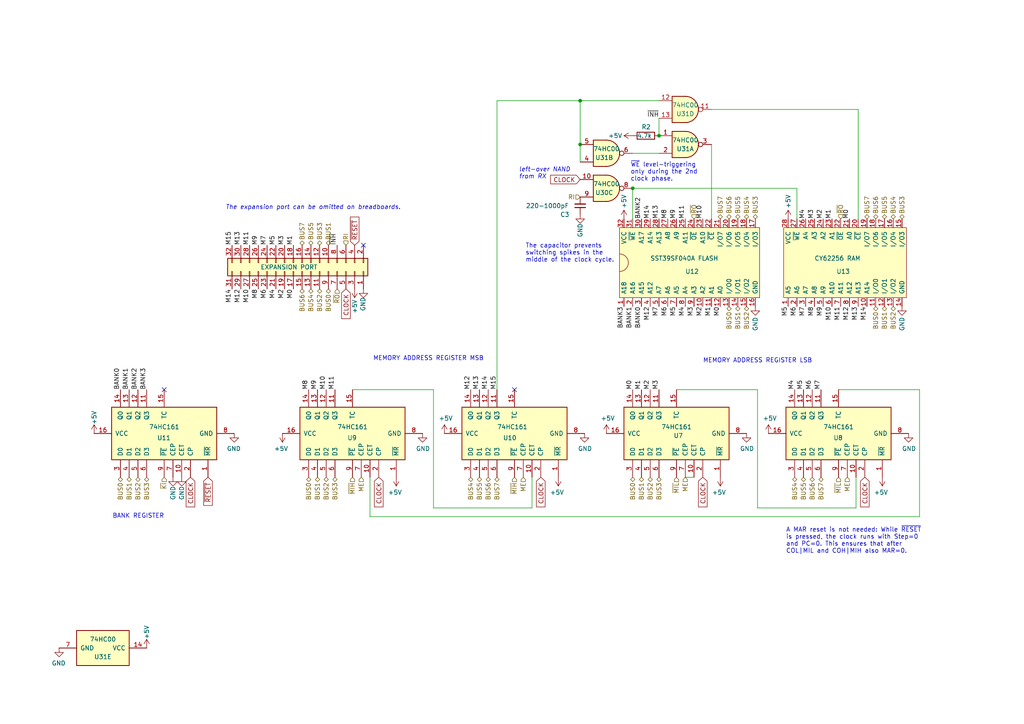
<source format=kicad_sch>
(kicad_sch (version 20211123) (generator eeschema)

  (uuid ac9d14d1-e008-45ac-b599-c8304f1fedd2)

  (paper "A4")

  (title_block
    (title "RAM, ROM and MAR")
    (date "2022-06-21")
    (rev "1.6")
    (comment 2 "creativecommons.org/licenses/by-nc-sa/3.0/deed.en")
    (comment 3 "License: CC BY-NC-SA 3.0")
    (comment 4 "Author: Carsten Herting (slu4)")
  )

  (lib_symbols
    (symbol "74xx:74HC00" (pin_names (offset 1.016)) (in_bom yes) (on_board yes)
      (property "Reference" "U" (id 0) (at 0 1.27 0)
        (effects (font (size 1.27 1.27)))
      )
      (property "Value" "74HC00" (id 1) (at 0 -1.27 0)
        (effects (font (size 1.27 1.27)))
      )
      (property "Footprint" "" (id 2) (at 0 0 0)
        (effects (font (size 1.27 1.27)) hide)
      )
      (property "Datasheet" "http://www.ti.com/lit/gpn/sn74hc00" (id 3) (at 0 0 0)
        (effects (font (size 1.27 1.27)) hide)
      )
      (property "ki_locked" "" (id 4) (at 0 0 0)
        (effects (font (size 1.27 1.27)))
      )
      (property "ki_keywords" "HCMOS nand 2-input" (id 5) (at 0 0 0)
        (effects (font (size 1.27 1.27)) hide)
      )
      (property "ki_description" "quad 2-input NAND gate" (id 6) (at 0 0 0)
        (effects (font (size 1.27 1.27)) hide)
      )
      (property "ki_fp_filters" "DIP*W7.62mm* SO14*" (id 7) (at 0 0 0)
        (effects (font (size 1.27 1.27)) hide)
      )
      (symbol "74HC00_1_1"
        (arc (start 0 -3.81) (mid 3.81 0) (end 0 3.81)
          (stroke (width 0.254) (type default) (color 0 0 0 0))
          (fill (type background))
        )
        (polyline
          (pts
            (xy 0 3.81)
            (xy -3.81 3.81)
            (xy -3.81 -3.81)
            (xy 0 -3.81)
          )
          (stroke (width 0.254) (type default) (color 0 0 0 0))
          (fill (type background))
        )
        (pin input line (at -7.62 2.54 0) (length 3.81)
          (name "~" (effects (font (size 1.27 1.27))))
          (number "1" (effects (font (size 1.27 1.27))))
        )
        (pin input line (at -7.62 -2.54 0) (length 3.81)
          (name "~" (effects (font (size 1.27 1.27))))
          (number "2" (effects (font (size 1.27 1.27))))
        )
        (pin output inverted (at 7.62 0 180) (length 3.81)
          (name "~" (effects (font (size 1.27 1.27))))
          (number "3" (effects (font (size 1.27 1.27))))
        )
      )
      (symbol "74HC00_1_2"
        (arc (start -3.81 -3.81) (mid -2.589 0) (end -3.81 3.81)
          (stroke (width 0.254) (type default) (color 0 0 0 0))
          (fill (type none))
        )
        (arc (start -0.6096 -3.81) (mid 2.1842 -2.5851) (end 3.81 0)
          (stroke (width 0.254) (type default) (color 0 0 0 0))
          (fill (type background))
        )
        (polyline
          (pts
            (xy -3.81 -3.81)
            (xy -0.635 -3.81)
          )
          (stroke (width 0.254) (type default) (color 0 0 0 0))
          (fill (type background))
        )
        (polyline
          (pts
            (xy -3.81 3.81)
            (xy -0.635 3.81)
          )
          (stroke (width 0.254) (type default) (color 0 0 0 0))
          (fill (type background))
        )
        (polyline
          (pts
            (xy -0.635 3.81)
            (xy -3.81 3.81)
            (xy -3.81 3.81)
            (xy -3.556 3.4036)
            (xy -3.0226 2.2606)
            (xy -2.6924 1.0414)
            (xy -2.6162 -0.254)
            (xy -2.7686 -1.4986)
            (xy -3.175 -2.7178)
            (xy -3.81 -3.81)
            (xy -3.81 -3.81)
            (xy -0.635 -3.81)
          )
          (stroke (width -25.4) (type default) (color 0 0 0 0))
          (fill (type background))
        )
        (arc (start 3.81 0) (mid 2.1915 2.5936) (end -0.6096 3.81)
          (stroke (width 0.254) (type default) (color 0 0 0 0))
          (fill (type background))
        )
        (pin input inverted (at -7.62 2.54 0) (length 4.318)
          (name "~" (effects (font (size 1.27 1.27))))
          (number "1" (effects (font (size 1.27 1.27))))
        )
        (pin input inverted (at -7.62 -2.54 0) (length 4.318)
          (name "~" (effects (font (size 1.27 1.27))))
          (number "2" (effects (font (size 1.27 1.27))))
        )
        (pin output line (at 7.62 0 180) (length 3.81)
          (name "~" (effects (font (size 1.27 1.27))))
          (number "3" (effects (font (size 1.27 1.27))))
        )
      )
      (symbol "74HC00_2_1"
        (arc (start 0 -3.81) (mid 3.81 0) (end 0 3.81)
          (stroke (width 0.254) (type default) (color 0 0 0 0))
          (fill (type background))
        )
        (polyline
          (pts
            (xy 0 3.81)
            (xy -3.81 3.81)
            (xy -3.81 -3.81)
            (xy 0 -3.81)
          )
          (stroke (width 0.254) (type default) (color 0 0 0 0))
          (fill (type background))
        )
        (pin input line (at -7.62 2.54 0) (length 3.81)
          (name "~" (effects (font (size 1.27 1.27))))
          (number "4" (effects (font (size 1.27 1.27))))
        )
        (pin input line (at -7.62 -2.54 0) (length 3.81)
          (name "~" (effects (font (size 1.27 1.27))))
          (number "5" (effects (font (size 1.27 1.27))))
        )
        (pin output inverted (at 7.62 0 180) (length 3.81)
          (name "~" (effects (font (size 1.27 1.27))))
          (number "6" (effects (font (size 1.27 1.27))))
        )
      )
      (symbol "74HC00_2_2"
        (arc (start -3.81 -3.81) (mid -2.589 0) (end -3.81 3.81)
          (stroke (width 0.254) (type default) (color 0 0 0 0))
          (fill (type none))
        )
        (arc (start -0.6096 -3.81) (mid 2.1842 -2.5851) (end 3.81 0)
          (stroke (width 0.254) (type default) (color 0 0 0 0))
          (fill (type background))
        )
        (polyline
          (pts
            (xy -3.81 -3.81)
            (xy -0.635 -3.81)
          )
          (stroke (width 0.254) (type default) (color 0 0 0 0))
          (fill (type background))
        )
        (polyline
          (pts
            (xy -3.81 3.81)
            (xy -0.635 3.81)
          )
          (stroke (width 0.254) (type default) (color 0 0 0 0))
          (fill (type background))
        )
        (polyline
          (pts
            (xy -0.635 3.81)
            (xy -3.81 3.81)
            (xy -3.81 3.81)
            (xy -3.556 3.4036)
            (xy -3.0226 2.2606)
            (xy -2.6924 1.0414)
            (xy -2.6162 -0.254)
            (xy -2.7686 -1.4986)
            (xy -3.175 -2.7178)
            (xy -3.81 -3.81)
            (xy -3.81 -3.81)
            (xy -0.635 -3.81)
          )
          (stroke (width -25.4) (type default) (color 0 0 0 0))
          (fill (type background))
        )
        (arc (start 3.81 0) (mid 2.1915 2.5936) (end -0.6096 3.81)
          (stroke (width 0.254) (type default) (color 0 0 0 0))
          (fill (type background))
        )
        (pin input inverted (at -7.62 2.54 0) (length 4.318)
          (name "~" (effects (font (size 1.27 1.27))))
          (number "4" (effects (font (size 1.27 1.27))))
        )
        (pin input inverted (at -7.62 -2.54 0) (length 4.318)
          (name "~" (effects (font (size 1.27 1.27))))
          (number "5" (effects (font (size 1.27 1.27))))
        )
        (pin output line (at 7.62 0 180) (length 3.81)
          (name "~" (effects (font (size 1.27 1.27))))
          (number "6" (effects (font (size 1.27 1.27))))
        )
      )
      (symbol "74HC00_3_1"
        (arc (start 0 -3.81) (mid 3.81 0) (end 0 3.81)
          (stroke (width 0.254) (type default) (color 0 0 0 0))
          (fill (type background))
        )
        (polyline
          (pts
            (xy 0 3.81)
            (xy -3.81 3.81)
            (xy -3.81 -3.81)
            (xy 0 -3.81)
          )
          (stroke (width 0.254) (type default) (color 0 0 0 0))
          (fill (type background))
        )
        (pin input line (at -7.62 -2.54 0) (length 3.81)
          (name "~" (effects (font (size 1.27 1.27))))
          (number "10" (effects (font (size 1.27 1.27))))
        )
        (pin output inverted (at 7.62 0 180) (length 3.81)
          (name "~" (effects (font (size 1.27 1.27))))
          (number "8" (effects (font (size 1.27 1.27))))
        )
        (pin input line (at -7.62 2.54 0) (length 3.81)
          (name "~" (effects (font (size 1.27 1.27))))
          (number "9" (effects (font (size 1.27 1.27))))
        )
      )
      (symbol "74HC00_3_2"
        (arc (start -3.81 -3.81) (mid -2.589 0) (end -3.81 3.81)
          (stroke (width 0.254) (type default) (color 0 0 0 0))
          (fill (type none))
        )
        (arc (start -0.6096 -3.81) (mid 2.1842 -2.5851) (end 3.81 0)
          (stroke (width 0.254) (type default) (color 0 0 0 0))
          (fill (type background))
        )
        (polyline
          (pts
            (xy -3.81 -3.81)
            (xy -0.635 -3.81)
          )
          (stroke (width 0.254) (type default) (color 0 0 0 0))
          (fill (type background))
        )
        (polyline
          (pts
            (xy -3.81 3.81)
            (xy -0.635 3.81)
          )
          (stroke (width 0.254) (type default) (color 0 0 0 0))
          (fill (type background))
        )
        (polyline
          (pts
            (xy -0.635 3.81)
            (xy -3.81 3.81)
            (xy -3.81 3.81)
            (xy -3.556 3.4036)
            (xy -3.0226 2.2606)
            (xy -2.6924 1.0414)
            (xy -2.6162 -0.254)
            (xy -2.7686 -1.4986)
            (xy -3.175 -2.7178)
            (xy -3.81 -3.81)
            (xy -3.81 -3.81)
            (xy -0.635 -3.81)
          )
          (stroke (width -25.4) (type default) (color 0 0 0 0))
          (fill (type background))
        )
        (arc (start 3.81 0) (mid 2.1915 2.5936) (end -0.6096 3.81)
          (stroke (width 0.254) (type default) (color 0 0 0 0))
          (fill (type background))
        )
        (pin input inverted (at -7.62 -2.54 0) (length 4.318)
          (name "~" (effects (font (size 1.27 1.27))))
          (number "10" (effects (font (size 1.27 1.27))))
        )
        (pin output line (at 7.62 0 180) (length 3.81)
          (name "~" (effects (font (size 1.27 1.27))))
          (number "8" (effects (font (size 1.27 1.27))))
        )
        (pin input inverted (at -7.62 2.54 0) (length 4.318)
          (name "~" (effects (font (size 1.27 1.27))))
          (number "9" (effects (font (size 1.27 1.27))))
        )
      )
      (symbol "74HC00_4_1"
        (arc (start 0 -3.81) (mid 3.81 0) (end 0 3.81)
          (stroke (width 0.254) (type default) (color 0 0 0 0))
          (fill (type background))
        )
        (polyline
          (pts
            (xy 0 3.81)
            (xy -3.81 3.81)
            (xy -3.81 -3.81)
            (xy 0 -3.81)
          )
          (stroke (width 0.254) (type default) (color 0 0 0 0))
          (fill (type background))
        )
        (pin output inverted (at 7.62 0 180) (length 3.81)
          (name "~" (effects (font (size 1.27 1.27))))
          (number "11" (effects (font (size 1.27 1.27))))
        )
        (pin input line (at -7.62 2.54 0) (length 3.81)
          (name "~" (effects (font (size 1.27 1.27))))
          (number "12" (effects (font (size 1.27 1.27))))
        )
        (pin input line (at -7.62 -2.54 0) (length 3.81)
          (name "~" (effects (font (size 1.27 1.27))))
          (number "13" (effects (font (size 1.27 1.27))))
        )
      )
      (symbol "74HC00_4_2"
        (arc (start -3.81 -3.81) (mid -2.589 0) (end -3.81 3.81)
          (stroke (width 0.254) (type default) (color 0 0 0 0))
          (fill (type none))
        )
        (arc (start -0.6096 -3.81) (mid 2.1842 -2.5851) (end 3.81 0)
          (stroke (width 0.254) (type default) (color 0 0 0 0))
          (fill (type background))
        )
        (polyline
          (pts
            (xy -3.81 -3.81)
            (xy -0.635 -3.81)
          )
          (stroke (width 0.254) (type default) (color 0 0 0 0))
          (fill (type background))
        )
        (polyline
          (pts
            (xy -3.81 3.81)
            (xy -0.635 3.81)
          )
          (stroke (width 0.254) (type default) (color 0 0 0 0))
          (fill (type background))
        )
        (polyline
          (pts
            (xy -0.635 3.81)
            (xy -3.81 3.81)
            (xy -3.81 3.81)
            (xy -3.556 3.4036)
            (xy -3.0226 2.2606)
            (xy -2.6924 1.0414)
            (xy -2.6162 -0.254)
            (xy -2.7686 -1.4986)
            (xy -3.175 -2.7178)
            (xy -3.81 -3.81)
            (xy -3.81 -3.81)
            (xy -0.635 -3.81)
          )
          (stroke (width -25.4) (type default) (color 0 0 0 0))
          (fill (type background))
        )
        (arc (start 3.81 0) (mid 2.1915 2.5936) (end -0.6096 3.81)
          (stroke (width 0.254) (type default) (color 0 0 0 0))
          (fill (type background))
        )
        (pin output line (at 7.62 0 180) (length 3.81)
          (name "~" (effects (font (size 1.27 1.27))))
          (number "11" (effects (font (size 1.27 1.27))))
        )
        (pin input inverted (at -7.62 2.54 0) (length 4.318)
          (name "~" (effects (font (size 1.27 1.27))))
          (number "12" (effects (font (size 1.27 1.27))))
        )
        (pin input inverted (at -7.62 -2.54 0) (length 4.318)
          (name "~" (effects (font (size 1.27 1.27))))
          (number "13" (effects (font (size 1.27 1.27))))
        )
      )
      (symbol "74HC00_5_0"
        (pin power_in line (at 0 12.7 270) (length 5.08)
          (name "VCC" (effects (font (size 1.27 1.27))))
          (number "14" (effects (font (size 1.27 1.27))))
        )
        (pin power_in line (at 0 -12.7 90) (length 5.08)
          (name "GND" (effects (font (size 1.27 1.27))))
          (number "7" (effects (font (size 1.27 1.27))))
        )
      )
      (symbol "74HC00_5_1"
        (rectangle (start -5.08 7.62) (end 5.08 -7.62)
          (stroke (width 0.254) (type default) (color 0 0 0 0))
          (fill (type background))
        )
      )
    )
    (symbol "8-Bit CPU 32k:74HC161" (pin_names (offset 1.016)) (in_bom yes) (on_board yes)
      (property "Reference" "U" (id 0) (at -7.62 16.51 0)
        (effects (font (size 1.27 1.27)))
      )
      (property "Value" "74HC161" (id 1) (at -7.62 -16.51 0)
        (effects (font (size 1.27 1.27)))
      )
      (property "Footprint" "" (id 2) (at 0 0 0)
        (effects (font (size 1.27 1.27)) hide)
      )
      (property "Datasheet" "http://www.ti.com/lit/gpn/sn74LS161" (id 3) (at 0 0 0)
        (effects (font (size 1.27 1.27)) hide)
      )
      (property "ki_locked" "" (id 4) (at 0 0 0)
        (effects (font (size 1.27 1.27)))
      )
      (property "ki_keywords" "TTL CNT CNT4" (id 5) (at 0 0 0)
        (effects (font (size 1.27 1.27)) hide)
      )
      (property "ki_description" "Synchronous 4-bit programmable binary Counter" (id 6) (at 0 0 0)
        (effects (font (size 1.27 1.27)) hide)
      )
      (property "ki_fp_filters" "DIP?16*" (id 7) (at 0 0 0)
        (effects (font (size 1.27 1.27)) hide)
      )
      (symbol "74HC161_1_0"
        (pin input line (at -12.7 -12.7 0) (length 5.08)
          (name "~{MR}" (effects (font (size 1.27 1.27))))
          (number "1" (effects (font (size 1.27 1.27))))
        )
        (pin input line (at -12.7 -5.08 0) (length 5.08)
          (name "CET" (effects (font (size 1.27 1.27))))
          (number "10" (effects (font (size 1.27 1.27))))
        )
        (pin output line (at 12.7 5.08 180) (length 5.08)
          (name "Q3" (effects (font (size 1.27 1.27))))
          (number "11" (effects (font (size 1.27 1.27))))
        )
        (pin output line (at 12.7 7.62 180) (length 5.08)
          (name "Q2" (effects (font (size 1.27 1.27))))
          (number "12" (effects (font (size 1.27 1.27))))
        )
        (pin output line (at 12.7 10.16 180) (length 5.08)
          (name "Q1" (effects (font (size 1.27 1.27))))
          (number "13" (effects (font (size 1.27 1.27))))
        )
        (pin output line (at 12.7 12.7 180) (length 5.08)
          (name "Q0" (effects (font (size 1.27 1.27))))
          (number "14" (effects (font (size 1.27 1.27))))
        )
        (pin output line (at 12.7 0 180) (length 5.08)
          (name "TC" (effects (font (size 1.27 1.27))))
          (number "15" (effects (font (size 1.27 1.27))))
        )
        (pin power_in line (at 0 20.32 270) (length 5.08)
          (name "VCC" (effects (font (size 1.27 1.27))))
          (number "16" (effects (font (size 1.27 1.27))))
        )
        (pin input line (at -12.7 -7.62 0) (length 5.08)
          (name "CP" (effects (font (size 1.27 1.27))))
          (number "2" (effects (font (size 1.27 1.27))))
        )
        (pin input line (at -12.7 12.7 0) (length 5.08)
          (name "D0" (effects (font (size 1.27 1.27))))
          (number "3" (effects (font (size 1.27 1.27))))
        )
        (pin input line (at -12.7 10.16 0) (length 5.08)
          (name "D1" (effects (font (size 1.27 1.27))))
          (number "4" (effects (font (size 1.27 1.27))))
        )
        (pin input line (at -12.7 7.62 0) (length 5.08)
          (name "D2" (effects (font (size 1.27 1.27))))
          (number "5" (effects (font (size 1.27 1.27))))
        )
        (pin input line (at -12.7 5.08 0) (length 5.08)
          (name "D3" (effects (font (size 1.27 1.27))))
          (number "6" (effects (font (size 1.27 1.27))))
        )
        (pin input line (at -12.7 -2.54 0) (length 5.08)
          (name "CEP" (effects (font (size 1.27 1.27))))
          (number "7" (effects (font (size 1.27 1.27))))
        )
        (pin power_in line (at 0 -20.32 90) (length 5.08)
          (name "GND" (effects (font (size 1.27 1.27))))
          (number "8" (effects (font (size 1.27 1.27))))
        )
        (pin input line (at -12.7 0 0) (length 5.08)
          (name "~{PE}" (effects (font (size 1.27 1.27))))
          (number "9" (effects (font (size 1.27 1.27))))
        )
      )
      (symbol "74HC161_1_1"
        (rectangle (start -7.62 15.24) (end 7.62 -15.24)
          (stroke (width 0.254) (type default) (color 0 0 0 0))
          (fill (type background))
        )
      )
    )
    (symbol "8-Bit CPU 32k:CY62256" (pin_names (offset 1.016)) (in_bom yes) (on_board yes)
      (property "Reference" "U" (id 0) (at -8.89 20.32 0)
        (effects (font (size 1.27 1.27)))
      )
      (property "Value" "CY62256" (id 1) (at 5.08 -17.78 0)
        (effects (font (size 1.27 1.27)))
      )
      (property "Footprint" "" (id 2) (at 0 0 0)
        (effects (font (size 1.27 1.27)) hide)
      )
      (property "Datasheet" "" (id 3) (at 0 0 0)
        (effects (font (size 1.27 1.27)) hide)
      )
      (symbol "CY62256_0_1"
        (rectangle (start -10.16 19.05) (end 10.16 -16.51)
          (stroke (width 0) (type default) (color 0 0 0 0))
          (fill (type background))
        )
      )
      (symbol "CY62256_1_1"
        (pin input line (at -12.7 17.78 0) (length 2.54)
          (name "A5" (effects (font (size 1.27 1.27))))
          (number "1" (effects (font (size 1.27 1.27))))
        )
        (pin input line (at -12.7 -5.08 0) (length 2.54)
          (name "A14" (effects (font (size 1.27 1.27))))
          (number "10" (effects (font (size 1.27 1.27))))
        )
        (pin bidirectional line (at -12.7 -7.62 0) (length 2.54)
          (name "I/O0" (effects (font (size 1.27 1.27))))
          (number "11" (effects (font (size 1.27 1.27))))
        )
        (pin bidirectional line (at -12.7 -10.16 0) (length 2.54)
          (name "I/O1" (effects (font (size 1.27 1.27))))
          (number "12" (effects (font (size 1.27 1.27))))
        )
        (pin bidirectional line (at -12.7 -12.7 0) (length 2.54)
          (name "I/O2" (effects (font (size 1.27 1.27))))
          (number "13" (effects (font (size 1.27 1.27))))
        )
        (pin power_in line (at -12.7 -15.24 0) (length 2.54)
          (name "GND" (effects (font (size 1.27 1.27))))
          (number "14" (effects (font (size 1.27 1.27))))
        )
        (pin bidirectional line (at 12.7 -15.24 180) (length 2.54)
          (name "I/O3" (effects (font (size 1.27 1.27))))
          (number "15" (effects (font (size 1.27 1.27))))
        )
        (pin bidirectional line (at 12.7 -12.7 180) (length 2.54)
          (name "I/O4" (effects (font (size 1.27 1.27))))
          (number "16" (effects (font (size 1.27 1.27))))
        )
        (pin bidirectional line (at 12.7 -10.16 180) (length 2.54)
          (name "I/O5" (effects (font (size 1.27 1.27))))
          (number "17" (effects (font (size 1.27 1.27))))
        )
        (pin bidirectional line (at 12.7 -7.62 180) (length 2.54)
          (name "I/O6" (effects (font (size 1.27 1.27))))
          (number "18" (effects (font (size 1.27 1.27))))
        )
        (pin bidirectional line (at 12.7 -5.08 180) (length 2.54)
          (name "I/O7" (effects (font (size 1.27 1.27))))
          (number "19" (effects (font (size 1.27 1.27))))
        )
        (pin input line (at -12.7 15.24 0) (length 2.54)
          (name "A6" (effects (font (size 1.27 1.27))))
          (number "2" (effects (font (size 1.27 1.27))))
        )
        (pin input line (at 12.7 -2.54 180) (length 2.54)
          (name "~{CE}" (effects (font (size 1.27 1.27))))
          (number "20" (effects (font (size 1.27 1.27))))
        )
        (pin input line (at 12.7 0 180) (length 2.54)
          (name "A0" (effects (font (size 1.27 1.27))))
          (number "21" (effects (font (size 1.27 1.27))))
        )
        (pin input line (at 12.7 2.54 180) (length 2.54)
          (name "~{OE}" (effects (font (size 1.27 1.27))))
          (number "22" (effects (font (size 1.27 1.27))))
        )
        (pin input line (at 12.7 5.08 180) (length 2.54)
          (name "A1" (effects (font (size 1.27 1.27))))
          (number "23" (effects (font (size 1.27 1.27))))
        )
        (pin input line (at 12.7 7.62 180) (length 2.54)
          (name "A2" (effects (font (size 1.27 1.27))))
          (number "24" (effects (font (size 1.27 1.27))))
        )
        (pin input line (at 12.7 10.16 180) (length 2.54)
          (name "A3" (effects (font (size 1.27 1.27))))
          (number "25" (effects (font (size 1.27 1.27))))
        )
        (pin input line (at 12.7 12.7 180) (length 2.54)
          (name "A4" (effects (font (size 1.27 1.27))))
          (number "26" (effects (font (size 1.27 1.27))))
        )
        (pin input line (at 12.7 15.24 180) (length 2.54)
          (name "~{WE}" (effects (font (size 1.27 1.27))))
          (number "27" (effects (font (size 1.27 1.27))))
        )
        (pin power_in line (at 12.7 17.78 180) (length 2.54)
          (name "VCC" (effects (font (size 1.27 1.27))))
          (number "28" (effects (font (size 1.27 1.27))))
        )
        (pin input line (at -12.7 12.7 0) (length 2.54)
          (name "A7" (effects (font (size 1.27 1.27))))
          (number "3" (effects (font (size 1.27 1.27))))
        )
        (pin input line (at -12.7 10.16 0) (length 2.54)
          (name "A8" (effects (font (size 1.27 1.27))))
          (number "4" (effects (font (size 1.27 1.27))))
        )
        (pin input line (at -12.7 7.62 0) (length 2.54)
          (name "A9" (effects (font (size 1.27 1.27))))
          (number "5" (effects (font (size 1.27 1.27))))
        )
        (pin input line (at -12.7 5.08 0) (length 2.54)
          (name "A10" (effects (font (size 1.27 1.27))))
          (number "6" (effects (font (size 1.27 1.27))))
        )
        (pin input line (at -12.7 2.54 0) (length 2.54)
          (name "A11" (effects (font (size 1.27 1.27))))
          (number "7" (effects (font (size 1.27 1.27))))
        )
        (pin input line (at -12.7 0 0) (length 2.54)
          (name "A12" (effects (font (size 1.27 1.27))))
          (number "8" (effects (font (size 1.27 1.27))))
        )
        (pin input line (at -12.7 -2.54 0) (length 2.54)
          (name "A13" (effects (font (size 1.27 1.27))))
          (number "9" (effects (font (size 1.27 1.27))))
        )
      )
    )
    (symbol "8-Bit CPU 32k:SST39SF040A" (pin_names (offset 1.016)) (in_bom yes) (on_board yes)
      (property "Reference" "U" (id 0) (at -1.27 2.54 90)
        (effects (font (size 1.27 1.27)))
      )
      (property "Value" "SST39SF040A" (id 1) (at 2.54 2.54 90)
        (effects (font (size 1.27 1.27)))
      )
      (property "Footprint" "" (id 2) (at 0 0 0)
        (effects (font (size 1.27 1.27)) hide)
      )
      (property "Datasheet" "" (id 3) (at 0 0 0)
        (effects (font (size 1.27 1.27)) hide)
      )
      (symbol "SST39SF040A_0_1"
        (rectangle (start -10.16 24.13) (end 10.16 -16.51)
          (stroke (width 0) (type default) (color 0 0 0 0))
          (fill (type background))
        )
        (arc (start -2.54 24.13) (mid 0 21.59) (end 2.54 24.13)
          (stroke (width 0) (type default) (color 0 0 0 0))
          (fill (type none))
        )
      )
      (symbol "SST39SF040A_1_1"
        (pin input line (at -12.7 22.86 0) (length 2.54)
          (name "A18" (effects (font (size 1.27 1.27))))
          (number "1" (effects (font (size 1.27 1.27))))
        )
        (pin input line (at -12.7 0 0) (length 2.54)
          (name "A2" (effects (font (size 1.27 1.27))))
          (number "10" (effects (font (size 1.27 1.27))))
        )
        (pin input line (at -12.7 -2.54 0) (length 2.54)
          (name "A1" (effects (font (size 1.27 1.27))))
          (number "11" (effects (font (size 1.27 1.27))))
        )
        (pin input line (at -12.7 -5.08 0) (length 2.54)
          (name "A0" (effects (font (size 1.27 1.27))))
          (number "12" (effects (font (size 1.27 1.27))))
        )
        (pin bidirectional line (at -12.7 -7.62 0) (length 2.54)
          (name "I/O0" (effects (font (size 1.27 1.27))))
          (number "13" (effects (font (size 1.27 1.27))))
        )
        (pin bidirectional line (at -12.7 -10.16 0) (length 2.54)
          (name "I/O1" (effects (font (size 1.27 1.27))))
          (number "14" (effects (font (size 1.27 1.27))))
        )
        (pin bidirectional line (at -12.7 -12.7 0) (length 2.54)
          (name "I/O2" (effects (font (size 1.27 1.27))))
          (number "15" (effects (font (size 1.27 1.27))))
        )
        (pin power_in line (at -12.7 -15.24 0) (length 2.54)
          (name "GND" (effects (font (size 1.27 1.27))))
          (number "16" (effects (font (size 1.27 1.27))))
        )
        (pin bidirectional line (at 12.7 -15.24 180) (length 2.54)
          (name "I/O3" (effects (font (size 1.27 1.27))))
          (number "17" (effects (font (size 1.27 1.27))))
        )
        (pin bidirectional line (at 12.7 -12.7 180) (length 2.54)
          (name "I/O4" (effects (font (size 1.27 1.27))))
          (number "18" (effects (font (size 1.27 1.27))))
        )
        (pin bidirectional line (at 12.7 -10.16 180) (length 2.54)
          (name "I/O5" (effects (font (size 1.27 1.27))))
          (number "19" (effects (font (size 1.27 1.27))))
        )
        (pin input line (at -12.7 20.32 0) (length 2.54)
          (name "A16" (effects (font (size 1.27 1.27))))
          (number "2" (effects (font (size 1.27 1.27))))
        )
        (pin bidirectional line (at 12.7 -7.62 180) (length 2.54)
          (name "I/O6" (effects (font (size 1.27 1.27))))
          (number "20" (effects (font (size 1.27 1.27))))
        )
        (pin bidirectional line (at 12.7 -5.08 180) (length 2.54)
          (name "I/O7" (effects (font (size 1.27 1.27))))
          (number "21" (effects (font (size 1.27 1.27))))
        )
        (pin input line (at 12.7 -2.54 180) (length 2.54)
          (name "~{CE}" (effects (font (size 1.27 1.27))))
          (number "22" (effects (font (size 1.27 1.27))))
        )
        (pin input line (at 12.7 0 180) (length 2.54)
          (name "A10" (effects (font (size 1.27 1.27))))
          (number "23" (effects (font (size 1.27 1.27))))
        )
        (pin input line (at 12.7 2.54 180) (length 2.54)
          (name "~{OE}" (effects (font (size 1.27 1.27))))
          (number "24" (effects (font (size 1.27 1.27))))
        )
        (pin input line (at 12.7 5.08 180) (length 2.54)
          (name "A11" (effects (font (size 1.27 1.27))))
          (number "25" (effects (font (size 1.27 1.27))))
        )
        (pin input line (at 12.7 7.62 180) (length 2.54)
          (name "A9" (effects (font (size 1.27 1.27))))
          (number "26" (effects (font (size 1.27 1.27))))
        )
        (pin input line (at 12.7 10.16 180) (length 2.54)
          (name "A8" (effects (font (size 1.27 1.27))))
          (number "27" (effects (font (size 1.27 1.27))))
        )
        (pin input line (at 12.7 12.7 180) (length 2.54)
          (name "A13" (effects (font (size 1.27 1.27))))
          (number "28" (effects (font (size 1.27 1.27))))
        )
        (pin input line (at 12.7 15.24 180) (length 2.54)
          (name "A14" (effects (font (size 1.27 1.27))))
          (number "29" (effects (font (size 1.27 1.27))))
        )
        (pin input line (at -12.7 17.78 0) (length 2.54)
          (name "A15" (effects (font (size 1.27 1.27))))
          (number "3" (effects (font (size 1.27 1.27))))
        )
        (pin input line (at 12.7 17.78 180) (length 2.54)
          (name "A17" (effects (font (size 1.27 1.27))))
          (number "30" (effects (font (size 1.27 1.27))))
        )
        (pin input line (at 12.7 20.32 180) (length 2.54)
          (name "~{WE}" (effects (font (size 1.27 1.27))))
          (number "31" (effects (font (size 1.27 1.27))))
        )
        (pin power_in line (at 12.7 22.86 180) (length 2.54)
          (name "VCC" (effects (font (size 1.27 1.27))))
          (number "32" (effects (font (size 1.27 1.27))))
        )
        (pin input line (at -12.7 15.24 0) (length 2.54)
          (name "A12" (effects (font (size 1.27 1.27))))
          (number "4" (effects (font (size 1.27 1.27))))
        )
        (pin input line (at -12.7 12.7 0) (length 2.54)
          (name "A7" (effects (font (size 1.27 1.27))))
          (number "5" (effects (font (size 1.27 1.27))))
        )
        (pin input line (at -12.7 10.16 0) (length 2.54)
          (name "A6" (effects (font (size 1.27 1.27))))
          (number "6" (effects (font (size 1.27 1.27))))
        )
        (pin input line (at -12.7 7.62 0) (length 2.54)
          (name "A5" (effects (font (size 1.27 1.27))))
          (number "7" (effects (font (size 1.27 1.27))))
        )
        (pin input line (at -12.7 5.08 0) (length 2.54)
          (name "A4" (effects (font (size 1.27 1.27))))
          (number "8" (effects (font (size 1.27 1.27))))
        )
        (pin input line (at -12.7 2.54 0) (length 2.54)
          (name "A3" (effects (font (size 1.27 1.27))))
          (number "9" (effects (font (size 1.27 1.27))))
        )
      )
    )
    (symbol "Connector_Generic:Conn_02x16_Odd_Even" (pin_names (offset 1.016) hide) (in_bom yes) (on_board yes)
      (property "Reference" "J" (id 0) (at 1.27 20.32 0)
        (effects (font (size 1.27 1.27)))
      )
      (property "Value" "Conn_02x16_Odd_Even" (id 1) (at 1.27 -22.86 0)
        (effects (font (size 1.27 1.27)))
      )
      (property "Footprint" "" (id 2) (at 0 0 0)
        (effects (font (size 1.27 1.27)) hide)
      )
      (property "Datasheet" "~" (id 3) (at 0 0 0)
        (effects (font (size 1.27 1.27)) hide)
      )
      (property "ki_keywords" "connector" (id 4) (at 0 0 0)
        (effects (font (size 1.27 1.27)) hide)
      )
      (property "ki_description" "Generic connector, double row, 02x16, odd/even pin numbering scheme (row 1 odd numbers, row 2 even numbers), script generated (kicad-library-utils/schlib/autogen/connector/)" (id 5) (at 0 0 0)
        (effects (font (size 1.27 1.27)) hide)
      )
      (property "ki_fp_filters" "Connector*:*_2x??_*" (id 6) (at 0 0 0)
        (effects (font (size 1.27 1.27)) hide)
      )
      (symbol "Conn_02x16_Odd_Even_1_1"
        (rectangle (start -1.27 -20.193) (end 0 -20.447)
          (stroke (width 0.1524) (type default) (color 0 0 0 0))
          (fill (type none))
        )
        (rectangle (start -1.27 -17.653) (end 0 -17.907)
          (stroke (width 0.1524) (type default) (color 0 0 0 0))
          (fill (type none))
        )
        (rectangle (start -1.27 -15.113) (end 0 -15.367)
          (stroke (width 0.1524) (type default) (color 0 0 0 0))
          (fill (type none))
        )
        (rectangle (start -1.27 -12.573) (end 0 -12.827)
          (stroke (width 0.1524) (type default) (color 0 0 0 0))
          (fill (type none))
        )
        (rectangle (start -1.27 -10.033) (end 0 -10.287)
          (stroke (width 0.1524) (type default) (color 0 0 0 0))
          (fill (type none))
        )
        (rectangle (start -1.27 -7.493) (end 0 -7.747)
          (stroke (width 0.1524) (type default) (color 0 0 0 0))
          (fill (type none))
        )
        (rectangle (start -1.27 -4.953) (end 0 -5.207)
          (stroke (width 0.1524) (type default) (color 0 0 0 0))
          (fill (type none))
        )
        (rectangle (start -1.27 -2.413) (end 0 -2.667)
          (stroke (width 0.1524) (type default) (color 0 0 0 0))
          (fill (type none))
        )
        (rectangle (start -1.27 0.127) (end 0 -0.127)
          (stroke (width 0.1524) (type default) (color 0 0 0 0))
          (fill (type none))
        )
        (rectangle (start -1.27 2.667) (end 0 2.413)
          (stroke (width 0.1524) (type default) (color 0 0 0 0))
          (fill (type none))
        )
        (rectangle (start -1.27 5.207) (end 0 4.953)
          (stroke (width 0.1524) (type default) (color 0 0 0 0))
          (fill (type none))
        )
        (rectangle (start -1.27 7.747) (end 0 7.493)
          (stroke (width 0.1524) (type default) (color 0 0 0 0))
          (fill (type none))
        )
        (rectangle (start -1.27 10.287) (end 0 10.033)
          (stroke (width 0.1524) (type default) (color 0 0 0 0))
          (fill (type none))
        )
        (rectangle (start -1.27 12.827) (end 0 12.573)
          (stroke (width 0.1524) (type default) (color 0 0 0 0))
          (fill (type none))
        )
        (rectangle (start -1.27 15.367) (end 0 15.113)
          (stroke (width 0.1524) (type default) (color 0 0 0 0))
          (fill (type none))
        )
        (rectangle (start -1.27 17.907) (end 0 17.653)
          (stroke (width 0.1524) (type default) (color 0 0 0 0))
          (fill (type none))
        )
        (rectangle (start -1.27 19.05) (end 3.81 -21.59)
          (stroke (width 0.254) (type default) (color 0 0 0 0))
          (fill (type background))
        )
        (rectangle (start 3.81 -20.193) (end 2.54 -20.447)
          (stroke (width 0.1524) (type default) (color 0 0 0 0))
          (fill (type none))
        )
        (rectangle (start 3.81 -17.653) (end 2.54 -17.907)
          (stroke (width 0.1524) (type default) (color 0 0 0 0))
          (fill (type none))
        )
        (rectangle (start 3.81 -15.113) (end 2.54 -15.367)
          (stroke (width 0.1524) (type default) (color 0 0 0 0))
          (fill (type none))
        )
        (rectangle (start 3.81 -12.573) (end 2.54 -12.827)
          (stroke (width 0.1524) (type default) (color 0 0 0 0))
          (fill (type none))
        )
        (rectangle (start 3.81 -10.033) (end 2.54 -10.287)
          (stroke (width 0.1524) (type default) (color 0 0 0 0))
          (fill (type none))
        )
        (rectangle (start 3.81 -7.493) (end 2.54 -7.747)
          (stroke (width 0.1524) (type default) (color 0 0 0 0))
          (fill (type none))
        )
        (rectangle (start 3.81 -4.953) (end 2.54 -5.207)
          (stroke (width 0.1524) (type default) (color 0 0 0 0))
          (fill (type none))
        )
        (rectangle (start 3.81 -2.413) (end 2.54 -2.667)
          (stroke (width 0.1524) (type default) (color 0 0 0 0))
          (fill (type none))
        )
        (rectangle (start 3.81 0.127) (end 2.54 -0.127)
          (stroke (width 0.1524) (type default) (color 0 0 0 0))
          (fill (type none))
        )
        (rectangle (start 3.81 2.667) (end 2.54 2.413)
          (stroke (width 0.1524) (type default) (color 0 0 0 0))
          (fill (type none))
        )
        (rectangle (start 3.81 5.207) (end 2.54 4.953)
          (stroke (width 0.1524) (type default) (color 0 0 0 0))
          (fill (type none))
        )
        (rectangle (start 3.81 7.747) (end 2.54 7.493)
          (stroke (width 0.1524) (type default) (color 0 0 0 0))
          (fill (type none))
        )
        (rectangle (start 3.81 10.287) (end 2.54 10.033)
          (stroke (width 0.1524) (type default) (color 0 0 0 0))
          (fill (type none))
        )
        (rectangle (start 3.81 12.827) (end 2.54 12.573)
          (stroke (width 0.1524) (type default) (color 0 0 0 0))
          (fill (type none))
        )
        (rectangle (start 3.81 15.367) (end 2.54 15.113)
          (stroke (width 0.1524) (type default) (color 0 0 0 0))
          (fill (type none))
        )
        (rectangle (start 3.81 17.907) (end 2.54 17.653)
          (stroke (width 0.1524) (type default) (color 0 0 0 0))
          (fill (type none))
        )
        (pin passive line (at -5.08 17.78 0) (length 3.81)
          (name "Pin_1" (effects (font (size 1.27 1.27))))
          (number "1" (effects (font (size 1.27 1.27))))
        )
        (pin passive line (at 7.62 7.62 180) (length 3.81)
          (name "Pin_10" (effects (font (size 1.27 1.27))))
          (number "10" (effects (font (size 1.27 1.27))))
        )
        (pin passive line (at -5.08 5.08 0) (length 3.81)
          (name "Pin_11" (effects (font (size 1.27 1.27))))
          (number "11" (effects (font (size 1.27 1.27))))
        )
        (pin passive line (at 7.62 5.08 180) (length 3.81)
          (name "Pin_12" (effects (font (size 1.27 1.27))))
          (number "12" (effects (font (size 1.27 1.27))))
        )
        (pin passive line (at -5.08 2.54 0) (length 3.81)
          (name "Pin_13" (effects (font (size 1.27 1.27))))
          (number "13" (effects (font (size 1.27 1.27))))
        )
        (pin passive line (at 7.62 2.54 180) (length 3.81)
          (name "Pin_14" (effects (font (size 1.27 1.27))))
          (number "14" (effects (font (size 1.27 1.27))))
        )
        (pin passive line (at -5.08 0 0) (length 3.81)
          (name "Pin_15" (effects (font (size 1.27 1.27))))
          (number "15" (effects (font (size 1.27 1.27))))
        )
        (pin passive line (at 7.62 0 180) (length 3.81)
          (name "Pin_16" (effects (font (size 1.27 1.27))))
          (number "16" (effects (font (size 1.27 1.27))))
        )
        (pin passive line (at -5.08 -2.54 0) (length 3.81)
          (name "Pin_17" (effects (font (size 1.27 1.27))))
          (number "17" (effects (font (size 1.27 1.27))))
        )
        (pin passive line (at 7.62 -2.54 180) (length 3.81)
          (name "Pin_18" (effects (font (size 1.27 1.27))))
          (number "18" (effects (font (size 1.27 1.27))))
        )
        (pin passive line (at -5.08 -5.08 0) (length 3.81)
          (name "Pin_19" (effects (font (size 1.27 1.27))))
          (number "19" (effects (font (size 1.27 1.27))))
        )
        (pin passive line (at 7.62 17.78 180) (length 3.81)
          (name "Pin_2" (effects (font (size 1.27 1.27))))
          (number "2" (effects (font (size 1.27 1.27))))
        )
        (pin passive line (at 7.62 -5.08 180) (length 3.81)
          (name "Pin_20" (effects (font (size 1.27 1.27))))
          (number "20" (effects (font (size 1.27 1.27))))
        )
        (pin passive line (at -5.08 -7.62 0) (length 3.81)
          (name "Pin_21" (effects (font (size 1.27 1.27))))
          (number "21" (effects (font (size 1.27 1.27))))
        )
        (pin passive line (at 7.62 -7.62 180) (length 3.81)
          (name "Pin_22" (effects (font (size 1.27 1.27))))
          (number "22" (effects (font (size 1.27 1.27))))
        )
        (pin passive line (at -5.08 -10.16 0) (length 3.81)
          (name "Pin_23" (effects (font (size 1.27 1.27))))
          (number "23" (effects (font (size 1.27 1.27))))
        )
        (pin passive line (at 7.62 -10.16 180) (length 3.81)
          (name "Pin_24" (effects (font (size 1.27 1.27))))
          (number "24" (effects (font (size 1.27 1.27))))
        )
        (pin passive line (at -5.08 -12.7 0) (length 3.81)
          (name "Pin_25" (effects (font (size 1.27 1.27))))
          (number "25" (effects (font (size 1.27 1.27))))
        )
        (pin passive line (at 7.62 -12.7 180) (length 3.81)
          (name "Pin_26" (effects (font (size 1.27 1.27))))
          (number "26" (effects (font (size 1.27 1.27))))
        )
        (pin passive line (at -5.08 -15.24 0) (length 3.81)
          (name "Pin_27" (effects (font (size 1.27 1.27))))
          (number "27" (effects (font (size 1.27 1.27))))
        )
        (pin passive line (at 7.62 -15.24 180) (length 3.81)
          (name "Pin_28" (effects (font (size 1.27 1.27))))
          (number "28" (effects (font (size 1.27 1.27))))
        )
        (pin passive line (at -5.08 -17.78 0) (length 3.81)
          (name "Pin_29" (effects (font (size 1.27 1.27))))
          (number "29" (effects (font (size 1.27 1.27))))
        )
        (pin passive line (at -5.08 15.24 0) (length 3.81)
          (name "Pin_3" (effects (font (size 1.27 1.27))))
          (number "3" (effects (font (size 1.27 1.27))))
        )
        (pin passive line (at 7.62 -17.78 180) (length 3.81)
          (name "Pin_30" (effects (font (size 1.27 1.27))))
          (number "30" (effects (font (size 1.27 1.27))))
        )
        (pin passive line (at -5.08 -20.32 0) (length 3.81)
          (name "Pin_31" (effects (font (size 1.27 1.27))))
          (number "31" (effects (font (size 1.27 1.27))))
        )
        (pin passive line (at 7.62 -20.32 180) (length 3.81)
          (name "Pin_32" (effects (font (size 1.27 1.27))))
          (number "32" (effects (font (size 1.27 1.27))))
        )
        (pin passive line (at 7.62 15.24 180) (length 3.81)
          (name "Pin_4" (effects (font (size 1.27 1.27))))
          (number "4" (effects (font (size 1.27 1.27))))
        )
        (pin passive line (at -5.08 12.7 0) (length 3.81)
          (name "Pin_5" (effects (font (size 1.27 1.27))))
          (number "5" (effects (font (size 1.27 1.27))))
        )
        (pin passive line (at 7.62 12.7 180) (length 3.81)
          (name "Pin_6" (effects (font (size 1.27 1.27))))
          (number "6" (effects (font (size 1.27 1.27))))
        )
        (pin passive line (at -5.08 10.16 0) (length 3.81)
          (name "Pin_7" (effects (font (size 1.27 1.27))))
          (number "7" (effects (font (size 1.27 1.27))))
        )
        (pin passive line (at 7.62 10.16 180) (length 3.81)
          (name "Pin_8" (effects (font (size 1.27 1.27))))
          (number "8" (effects (font (size 1.27 1.27))))
        )
        (pin passive line (at -5.08 7.62 0) (length 3.81)
          (name "Pin_9" (effects (font (size 1.27 1.27))))
          (number "9" (effects (font (size 1.27 1.27))))
        )
      )
    )
    (symbol "Device:C_Small" (pin_numbers hide) (pin_names (offset 0.254) hide) (in_bom yes) (on_board yes)
      (property "Reference" "C" (id 0) (at 0.254 1.778 0)
        (effects (font (size 1.27 1.27)) (justify left))
      )
      (property "Value" "C_Small" (id 1) (at 0.254 -2.032 0)
        (effects (font (size 1.27 1.27)) (justify left))
      )
      (property "Footprint" "" (id 2) (at 0 0 0)
        (effects (font (size 1.27 1.27)) hide)
      )
      (property "Datasheet" "~" (id 3) (at 0 0 0)
        (effects (font (size 1.27 1.27)) hide)
      )
      (property "ki_keywords" "capacitor cap" (id 4) (at 0 0 0)
        (effects (font (size 1.27 1.27)) hide)
      )
      (property "ki_description" "Unpolarized capacitor, small symbol" (id 5) (at 0 0 0)
        (effects (font (size 1.27 1.27)) hide)
      )
      (property "ki_fp_filters" "C_*" (id 6) (at 0 0 0)
        (effects (font (size 1.27 1.27)) hide)
      )
      (symbol "C_Small_0_1"
        (polyline
          (pts
            (xy -1.524 -0.508)
            (xy 1.524 -0.508)
          )
          (stroke (width 0.3302) (type default) (color 0 0 0 0))
          (fill (type none))
        )
        (polyline
          (pts
            (xy -1.524 0.508)
            (xy 1.524 0.508)
          )
          (stroke (width 0.3048) (type default) (color 0 0 0 0))
          (fill (type none))
        )
      )
      (symbol "C_Small_1_1"
        (pin passive line (at 0 2.54 270) (length 2.032)
          (name "~" (effects (font (size 1.27 1.27))))
          (number "1" (effects (font (size 1.27 1.27))))
        )
        (pin passive line (at 0 -2.54 90) (length 2.032)
          (name "~" (effects (font (size 1.27 1.27))))
          (number "2" (effects (font (size 1.27 1.27))))
        )
      )
    )
    (symbol "Device:R" (pin_numbers hide) (pin_names (offset 0)) (in_bom yes) (on_board yes)
      (property "Reference" "R" (id 0) (at 2.032 0 90)
        (effects (font (size 1.27 1.27)))
      )
      (property "Value" "R" (id 1) (at 0 0 90)
        (effects (font (size 1.27 1.27)))
      )
      (property "Footprint" "" (id 2) (at -1.778 0 90)
        (effects (font (size 1.27 1.27)) hide)
      )
      (property "Datasheet" "~" (id 3) (at 0 0 0)
        (effects (font (size 1.27 1.27)) hide)
      )
      (property "ki_keywords" "R res resistor" (id 4) (at 0 0 0)
        (effects (font (size 1.27 1.27)) hide)
      )
      (property "ki_description" "Resistor" (id 5) (at 0 0 0)
        (effects (font (size 1.27 1.27)) hide)
      )
      (property "ki_fp_filters" "R_*" (id 6) (at 0 0 0)
        (effects (font (size 1.27 1.27)) hide)
      )
      (symbol "R_0_1"
        (rectangle (start -1.016 -2.54) (end 1.016 2.54)
          (stroke (width 0.254) (type default) (color 0 0 0 0))
          (fill (type none))
        )
      )
      (symbol "R_1_1"
        (pin passive line (at 0 3.81 270) (length 1.27)
          (name "~" (effects (font (size 1.27 1.27))))
          (number "1" (effects (font (size 1.27 1.27))))
        )
        (pin passive line (at 0 -3.81 90) (length 1.27)
          (name "~" (effects (font (size 1.27 1.27))))
          (number "2" (effects (font (size 1.27 1.27))))
        )
      )
    )
    (symbol "power:+5V" (power) (pin_names (offset 0)) (in_bom yes) (on_board yes)
      (property "Reference" "#PWR" (id 0) (at 0 -3.81 0)
        (effects (font (size 1.27 1.27)) hide)
      )
      (property "Value" "+5V" (id 1) (at 0 3.556 0)
        (effects (font (size 1.27 1.27)))
      )
      (property "Footprint" "" (id 2) (at 0 0 0)
        (effects (font (size 1.27 1.27)) hide)
      )
      (property "Datasheet" "" (id 3) (at 0 0 0)
        (effects (font (size 1.27 1.27)) hide)
      )
      (property "ki_keywords" "power-flag" (id 4) (at 0 0 0)
        (effects (font (size 1.27 1.27)) hide)
      )
      (property "ki_description" "Power symbol creates a global label with name \"+5V\"" (id 5) (at 0 0 0)
        (effects (font (size 1.27 1.27)) hide)
      )
      (symbol "+5V_0_1"
        (polyline
          (pts
            (xy -0.762 1.27)
            (xy 0 2.54)
          )
          (stroke (width 0) (type default) (color 0 0 0 0))
          (fill (type none))
        )
        (polyline
          (pts
            (xy 0 0)
            (xy 0 2.54)
          )
          (stroke (width 0) (type default) (color 0 0 0 0))
          (fill (type none))
        )
        (polyline
          (pts
            (xy 0 2.54)
            (xy 0.762 1.27)
          )
          (stroke (width 0) (type default) (color 0 0 0 0))
          (fill (type none))
        )
      )
      (symbol "+5V_1_1"
        (pin power_in line (at 0 0 90) (length 0) hide
          (name "+5V" (effects (font (size 1.27 1.27))))
          (number "1" (effects (font (size 1.27 1.27))))
        )
      )
    )
    (symbol "power:GND" (power) (pin_names (offset 0)) (in_bom yes) (on_board yes)
      (property "Reference" "#PWR" (id 0) (at 0 -6.35 0)
        (effects (font (size 1.27 1.27)) hide)
      )
      (property "Value" "GND" (id 1) (at 0 -3.81 0)
        (effects (font (size 1.27 1.27)))
      )
      (property "Footprint" "" (id 2) (at 0 0 0)
        (effects (font (size 1.27 1.27)) hide)
      )
      (property "Datasheet" "" (id 3) (at 0 0 0)
        (effects (font (size 1.27 1.27)) hide)
      )
      (property "ki_keywords" "power-flag" (id 4) (at 0 0 0)
        (effects (font (size 1.27 1.27)) hide)
      )
      (property "ki_description" "Power symbol creates a global label with name \"GND\" , ground" (id 5) (at 0 0 0)
        (effects (font (size 1.27 1.27)) hide)
      )
      (symbol "GND_0_1"
        (polyline
          (pts
            (xy 0 0)
            (xy 0 -1.27)
            (xy 1.27 -1.27)
            (xy 0 -2.54)
            (xy -1.27 -1.27)
            (xy 0 -1.27)
          )
          (stroke (width 0) (type default) (color 0 0 0 0))
          (fill (type none))
        )
      )
      (symbol "GND_1_1"
        (pin power_in line (at 0 0 270) (length 0) hide
          (name "GND" (effects (font (size 1.27 1.27))))
          (number "1" (effects (font (size 1.27 1.27))))
        )
      )
    )
  )

  (junction (at 191.135 39.37) (diameter 0) (color 0 0 0 0)
    (uuid 50d2ae67-53cc-4238-bb4b-75594849ce40)
  )
  (junction (at 183.515 54.61) (diameter 0) (color 0 0 0 0)
    (uuid 5c5a8a68-32d5-465b-aab5-d16d93c76075)
  )
  (junction (at 168.275 41.91) (diameter 0) (color 0 0 0 0)
    (uuid 64b6445f-9b8d-4b77-8c3d-1ba5e212d2c0)
  )
  (junction (at 168.275 29.21) (diameter 0) (color 0 0 0 0)
    (uuid 804e29ad-d214-446a-9325-a364748cceec)
  )

  (no_connect (at 105.41 71.12) (uuid 433dfa06-f778-417a-a40d-594e0a553359))
  (no_connect (at 47.625 113.03) (uuid 7b11fa31-ce19-4438-b37d-e79a7fd2b183))
  (no_connect (at 149.225 113.03) (uuid f9cd62b5-b893-4a59-8cf5-b9b541841aba))

  (wire (pts (xy 144.145 29.21) (xy 144.145 113.03))
    (stroke (width 0) (type default) (color 0 0 0 0))
    (uuid 0df007b4-07be-4e87-9322-fdcf6ee824c0)
  )
  (wire (pts (xy 206.375 41.91) (xy 206.375 63.5))
    (stroke (width 0) (type default) (color 0 0 0 0))
    (uuid 1251986e-bda8-4a24-8642-5007ffc6a105)
  )
  (wire (pts (xy 196.215 113.03) (xy 219.71 113.03))
    (stroke (width 0) (type default) (color 0 0 0 0))
    (uuid 1345488f-a375-4857-8eb1-7513676973cc)
  )
  (wire (pts (xy 219.71 147.32) (xy 248.285 147.32))
    (stroke (width 0) (type default) (color 0 0 0 0))
    (uuid 220eacfd-7a85-47fd-884d-752746b9397b)
  )
  (wire (pts (xy 154.305 147.32) (xy 154.305 138.43))
    (stroke (width 0) (type default) (color 0 0 0 0))
    (uuid 263ab7c0-560c-41b9-837b-7256eca6458f)
  )
  (wire (pts (xy 201.295 138.43) (xy 198.755 138.43))
    (stroke (width 0) (type default) (color 0 0 0 0))
    (uuid 3ad7e958-1940-427b-a030-5447fc3b4daf)
  )
  (wire (pts (xy 168.275 46.99) (xy 168.275 41.91))
    (stroke (width 0) (type default) (color 0 0 0 0))
    (uuid 49553b99-c1f4-4388-b767-cddbf6fcb090)
  )
  (wire (pts (xy 107.315 149.86) (xy 266.7 149.86))
    (stroke (width 0) (type default) (color 0 0 0 0))
    (uuid 65cc8fec-de4a-418e-a2c0-4a229f4c9eba)
  )
  (wire (pts (xy 248.92 31.75) (xy 248.92 63.5))
    (stroke (width 0) (type default) (color 0 0 0 0))
    (uuid 6820582f-3085-4db6-8772-c8dd7098a7be)
  )
  (wire (pts (xy 107.315 138.43) (xy 107.315 149.86))
    (stroke (width 0) (type default) (color 0 0 0 0))
    (uuid 6ace277b-b3bf-4a52-9dc3-8bb756734594)
  )
  (wire (pts (xy 248.285 147.32) (xy 248.285 138.43))
    (stroke (width 0) (type default) (color 0 0 0 0))
    (uuid 6eb964ae-c090-4232-bd83-ed2ab6317d09)
  )
  (wire (pts (xy 183.515 44.45) (xy 191.135 44.45))
    (stroke (width 0) (type default) (color 0 0 0 0))
    (uuid 6fa5e570-7bf7-43a3-8c2b-c9a52a7a7cfc)
  )
  (wire (pts (xy 231.14 54.61) (xy 231.14 63.5))
    (stroke (width 0) (type default) (color 0 0 0 0))
    (uuid 70cb3e6f-821d-48e0-ac2d-edff3503c4a2)
  )
  (wire (pts (xy 219.71 113.03) (xy 219.71 147.32))
    (stroke (width 0) (type default) (color 0 0 0 0))
    (uuid 72d9ff78-3bae-4ffc-bcdf-4bd5dfc9ec82)
  )
  (wire (pts (xy 125.73 113.03) (xy 125.73 147.32))
    (stroke (width 0) (type default) (color 0 0 0 0))
    (uuid 868bcc06-7578-453f-af72-1fdba39b75f6)
  )
  (wire (pts (xy 266.7 149.86) (xy 266.7 113.03))
    (stroke (width 0) (type default) (color 0 0 0 0))
    (uuid 88d56e33-7a0d-4bfe-98f0-17e779058e3c)
  )
  (wire (pts (xy 168.275 29.21) (xy 144.145 29.21))
    (stroke (width 0) (type default) (color 0 0 0 0))
    (uuid abe83b51-8065-4836-90ea-ae98121091e5)
  )
  (wire (pts (xy 183.515 54.61) (xy 183.515 63.5))
    (stroke (width 0) (type default) (color 0 0 0 0))
    (uuid af0dc24f-2633-4520-9428-df5a72fcd8a5)
  )
  (wire (pts (xy 102.235 113.03) (xy 125.73 113.03))
    (stroke (width 0) (type default) (color 0 0 0 0))
    (uuid aff769a6-6463-49a7-b326-4ca10fc3a6b0)
  )
  (wire (pts (xy 191.135 34.29) (xy 191.135 39.37))
    (stroke (width 0) (type default) (color 0 0 0 0))
    (uuid c3985527-7308-47d7-8f52-975f961fcffc)
  )
  (wire (pts (xy 266.7 113.03) (xy 243.205 113.03))
    (stroke (width 0) (type default) (color 0 0 0 0))
    (uuid c429030d-2b68-4720-b117-33ce635ef463)
  )
  (wire (pts (xy 191.135 29.21) (xy 168.275 29.21))
    (stroke (width 0) (type default) (color 0 0 0 0))
    (uuid dd075543-7e29-4646-a1e4-0f7e862fb7af)
  )
  (wire (pts (xy 125.73 147.32) (xy 154.305 147.32))
    (stroke (width 0) (type default) (color 0 0 0 0))
    (uuid e52d638f-9469-4e1b-b8af-c4002cb45023)
  )
  (wire (pts (xy 183.515 54.61) (xy 231.14 54.61))
    (stroke (width 0) (type default) (color 0 0 0 0))
    (uuid eac4b8ab-3381-4d1b-9619-0d488b0bb501)
  )
  (wire (pts (xy 168.275 41.91) (xy 168.275 29.21))
    (stroke (width 0) (type default) (color 0 0 0 0))
    (uuid ecca038a-8b38-4c0b-8896-28f1cd26a9f3)
  )
  (wire (pts (xy 206.375 31.75) (xy 248.92 31.75))
    (stroke (width 0) (type default) (color 0 0 0 0))
    (uuid f6602403-a037-4798-99b3-2547a52201b1)
  )

  (text "The expansion port can be omitted on breadboards." (at 65.405 60.96 0)
    (effects (font (size 1.27 1.27) italic) (justify left bottom))
    (uuid 107e1cd1-8489-4383-95c7-e1694042741f)
  )
  (text "The capacitor prevents\nswitching spikes in the\nmiddle of the clock cycle."
    (at 152.4 76.2 0)
    (effects (font (size 1.27 1.27)) (justify left bottom))
    (uuid 1f074f5d-c4fd-4f9a-b4e0-82551a0d2426)
  )
  (text "MEMORY ADDRESS REGISTER MSB" (at 140.335 104.775 180)
    (effects (font (size 1.27 1.27)) (justify right bottom))
    (uuid 40b0e4d1-f9c1-4131-9a6a-e81267334747)
  )
  (text "A MAR reset is not needed: While ~{RESET}\nis pressed, the clock runs with Step=0\nand PC=0. This ensures that after\nCOL|MIL and COH|MIH also MAR=0."
    (at 227.965 160.655 0)
    (effects (font (size 1.27 1.27)) (justify left bottom))
    (uuid 5814424b-fa8d-4037-9fec-23b96e40753a)
  )
  (text "MEMORY ADDRESS REGISTER LSB" (at 235.585 105.41 180)
    (effects (font (size 1.27 1.27)) (justify right bottom))
    (uuid 72011f6c-cccb-459c-a8ca-a98de1fac90d)
  )
  (text "BANK REGISTER" (at 47.625 150.495 180)
    (effects (font (size 1.27 1.27)) (justify right bottom))
    (uuid 8a7a99fa-25eb-4be0-9f6e-1d141345051c)
  )
  (text "left-over NAND\nfrom RX" (at 150.495 52.07 0)
    (effects (font (size 1.27 1.27) italic) (justify left bottom))
    (uuid c8f3a7a4-7295-47ab-9f75-64809cc21fbb)
  )
  (text "~{WE} level-triggering\nonly during the 2nd\nclock phase."
    (at 182.88 52.705 0)
    (effects (font (size 1.27 1.27)) (justify left bottom))
    (uuid fb4d39fc-24ae-4a5e-8ff0-920a3754fd01)
  )

  (label "M12" (at 136.525 113.03 90)
    (effects (font (size 1.27 1.27)) (justify left bottom))
    (uuid 01aa367b-cc13-43fb-ba8f-989a33ab05ea)
  )
  (label "M9" (at 92.075 113.03 90)
    (effects (font (size 1.27 1.27)) (justify left bottom))
    (uuid 022092c3-bc82-4f9f-8acf-81682cfcbb33)
  )
  (label "M12" (at 246.38 88.9 270)
    (effects (font (size 1.27 1.27)) (justify right bottom))
    (uuid 03ce255d-fc2b-4ccf-8365-31b9f0d213c2)
  )
  (label "M11" (at 243.84 88.9 270)
    (effects (font (size 1.27 1.27)) (justify right bottom))
    (uuid 054a69ed-d5d1-4103-9e87-3e3747102c33)
  )
  (label "M5" (at 196.215 88.9 270)
    (effects (font (size 1.27 1.27)) (justify right bottom))
    (uuid 0d0e0357-053f-40bd-a79b-9aab2b73281c)
  )
  (label "M8" (at 74.93 83.82 270)
    (effects (font (size 1.27 1.27)) (justify right bottom))
    (uuid 1061c11d-0f95-4faf-a235-f5d87a1e34b8)
  )
  (label "M14" (at 67.31 83.82 270)
    (effects (font (size 1.27 1.27)) (justify right bottom))
    (uuid 1474d2c0-aea0-4fbd-b971-691fb4551da1)
  )
  (label "M0" (at 183.515 113.03 90)
    (effects (font (size 1.27 1.27)) (justify left bottom))
    (uuid 18dee6aa-44c0-48a5-8cd1-f6fa633d3d01)
  )
  (label "BANK2" (at 186.055 63.5 90)
    (effects (font (size 1.27 1.27)) (justify left bottom))
    (uuid 1d6a380e-faad-47d5-beac-5dfed67853d7)
  )
  (label "M12" (at 188.595 88.9 270)
    (effects (font (size 1.27 1.27)) (justify right bottom))
    (uuid 24e21e9b-c70a-4e57-8aad-d552f39d055f)
  )
  (label "~{INH}" (at 97.79 71.12 90)
    (effects (font (size 1.27 1.27)) (justify left bottom))
    (uuid 25deec2e-64b0-4665-a8d1-c7964ef01782)
  )
  (label "M8" (at 236.22 88.9 270)
    (effects (font (size 1.27 1.27)) (justify right bottom))
    (uuid 26523872-7be5-4137-97cf-a8956f434bc6)
  )
  (label "M2" (at 82.55 83.82 270)
    (effects (font (size 1.27 1.27)) (justify right bottom))
    (uuid 2cb7d85e-ee25-4e97-89f8-247ac3d98782)
  )
  (label "M1" (at 186.055 113.03 90)
    (effects (font (size 1.27 1.27)) (justify left bottom))
    (uuid 38c79d04-fced-4141-bb05-64728bd0529f)
  )
  (label "M9" (at 238.76 88.9 270)
    (effects (font (size 1.27 1.27)) (justify right bottom))
    (uuid 39c9b18e-d06c-4c78-8202-4b29ed270882)
  )
  (label "BANK0" (at 186.055 88.9 270)
    (effects (font (size 1.27 1.27)) (justify right bottom))
    (uuid 414b80ab-bedf-4aef-8a3d-ccb91ca479f4)
  )
  (label "M6" (at 193.675 88.9 270)
    (effects (font (size 1.27 1.27)) (justify right bottom))
    (uuid 432cb5dc-2065-4f3d-8594-680f15939d07)
  )
  (label "M8" (at 89.535 113.03 90)
    (effects (font (size 1.27 1.27)) (justify left bottom))
    (uuid 435d2362-464f-46d3-b05a-5cd4f8ec4ddb)
  )
  (label "M6" (at 235.585 113.03 90)
    (effects (font (size 1.27 1.27)) (justify left bottom))
    (uuid 4455882c-d2f7-41f7-88bd-2bf3b7a834ac)
  )
  (label "M1" (at 206.375 88.9 270)
    (effects (font (size 1.27 1.27)) (justify right bottom))
    (uuid 46cf72d7-8308-4ddd-8570-d87196b817bd)
  )
  (label "M7" (at 233.68 88.9 270)
    (effects (font (size 1.27 1.27)) (justify right bottom))
    (uuid 4fab9f91-31bb-48e9-a5c7-053e3192998f)
  )
  (label "M15" (at 67.31 71.12 90)
    (effects (font (size 1.27 1.27)) (justify left bottom))
    (uuid 530c1464-0578-422c-9977-72b0a16f5949)
  )
  (label "BANK3" (at 42.545 113.03 90)
    (effects (font (size 1.27 1.27)) (justify left bottom))
    (uuid 549b08ec-b7bc-4e95-8efa-6b7762e0ebf6)
  )
  (label "BANK1" (at 37.465 113.03 90)
    (effects (font (size 1.27 1.27)) (justify left bottom))
    (uuid 56732a1d-2e4b-4298-9710-dba8e43d3795)
  )
  (label "M3" (at 191.135 113.03 90)
    (effects (font (size 1.27 1.27)) (justify left bottom))
    (uuid 5bc400e3-be7b-41b8-a6f6-d8afc8470923)
  )
  (label "~{INH}" (at 191.135 34.29 180)
    (effects (font (size 1.27 1.27)) (justify right bottom))
    (uuid 6175ef81-409d-479f-bbf0-98cb5811f3c2)
  )
  (label "BANK3" (at 180.975 88.9 270)
    (effects (font (size 1.27 1.27)) (justify right bottom))
    (uuid 655553df-78e3-429d-98de-b1ea305f98e2)
  )
  (label "M14" (at 188.595 63.5 90)
    (effects (font (size 1.27 1.27)) (justify left bottom))
    (uuid 695f796a-391e-4b61-bd39-3569bd5202d5)
  )
  (label "M3" (at 236.22 63.5 90)
    (effects (font (size 1.27 1.27)) (justify left bottom))
    (uuid 699b83af-9dc6-4433-b35e-43b48c314690)
  )
  (label "M0" (at 246.38 63.5 90)
    (effects (font (size 1.27 1.27)) (justify left bottom))
    (uuid 6c1419c4-b8c2-4ac1-90c4-28d75785d260)
  )
  (label "M8" (at 193.675 63.5 90)
    (effects (font (size 1.27 1.27)) (justify left bottom))
    (uuid 702103e0-5601-4ff5-8c4e-64be5588a1c1)
  )
  (label "M10" (at 72.39 83.82 270)
    (effects (font (size 1.27 1.27)) (justify right bottom))
    (uuid 735ddf3c-1712-40fa-92bd-6f48b991644b)
  )
  (label "M3" (at 82.55 71.12 90)
    (effects (font (size 1.27 1.27)) (justify left bottom))
    (uuid 743eacc1-0b13-4824-9a6e-a75901deeab8)
  )
  (label "M2" (at 238.76 63.5 90)
    (effects (font (size 1.27 1.27)) (justify left bottom))
    (uuid 7aca864b-d224-49c9-922a-468a4e3fcdae)
  )
  (label "M4" (at 233.68 63.5 90)
    (effects (font (size 1.27 1.27)) (justify left bottom))
    (uuid 7af56412-27e0-4bf6-a1d7-da22c0992b12)
  )
  (label "M13" (at 139.065 113.03 90)
    (effects (font (size 1.27 1.27)) (justify left bottom))
    (uuid 7da0db83-a9cc-4985-8273-bb9cb3a7e345)
  )
  (label "M15" (at 144.145 113.03 90)
    (effects (font (size 1.27 1.27)) (justify left bottom))
    (uuid 7e6b1fbf-49f5-4cb5-8680-2112c1b03cc1)
  )
  (label "M5" (at 233.045 113.03 90)
    (effects (font (size 1.27 1.27)) (justify left bottom))
    (uuid 7ff267f6-5f5a-4498-b047-c3618cd34de1)
  )
  (label "M1" (at 241.3 63.5 90)
    (effects (font (size 1.27 1.27)) (justify left bottom))
    (uuid 862b7f3b-9eda-4e4b-a89f-b0c1406e5b50)
  )
  (label "M0" (at 208.915 88.9 270)
    (effects (font (size 1.27 1.27)) (justify right bottom))
    (uuid 89d54ddc-b445-47c8-8f4f-1e4f70da3ebd)
  )
  (label "M13" (at 191.135 63.5 90)
    (effects (font (size 1.27 1.27)) (justify left bottom))
    (uuid 939d660f-f92e-4f65-bfe6-f65cefe26b32)
  )
  (label "M10" (at 94.615 113.03 90)
    (effects (font (size 1.27 1.27)) (justify left bottom))
    (uuid 94946b11-1a30-419b-a854-ecc8efef1590)
  )
  (label "M2" (at 203.835 88.9 270)
    (effects (font (size 1.27 1.27)) (justify right bottom))
    (uuid 96fbd10e-3615-4d87-b563-ffa58280558f)
  )
  (label "M9" (at 196.215 63.5 90)
    (effects (font (size 1.27 1.27)) (justify left bottom))
    (uuid 98cd1bd8-0ff6-46c6-8f85-14ba02ed310b)
  )
  (label "M0" (at 85.09 83.82 270)
    (effects (font (size 1.27 1.27)) (justify right bottom))
    (uuid 9a5823c0-b5fc-4f35-9739-87967c11e935)
  )
  (label "M11" (at 97.155 113.03 90)
    (effects (font (size 1.27 1.27)) (justify left bottom))
    (uuid 9cd2ebea-d2b6-482c-b8b1-041b7e8b948c)
  )
  (label "M1" (at 85.09 71.12 90)
    (effects (font (size 1.27 1.27)) (justify left bottom))
    (uuid 9f02bf97-88c2-4b83-ae43-b99b9ffb74e7)
  )
  (label "M5" (at 80.01 71.12 90)
    (effects (font (size 1.27 1.27)) (justify left bottom))
    (uuid 9ff688bd-b8c4-410d-ad46-d2fbda55cb35)
  )
  (label "M5" (at 228.6 88.9 270)
    (effects (font (size 1.27 1.27)) (justify right bottom))
    (uuid a187750c-88e9-48c1-aec8-0ac0479bb67a)
  )
  (label "BANK1" (at 183.515 88.9 270)
    (effects (font (size 1.27 1.27)) (justify right bottom))
    (uuid a64f0db8-d633-4de9-8c08-fdaec37d5149)
  )
  (label "BANK2" (at 40.005 113.03 90)
    (effects (font (size 1.27 1.27)) (justify left bottom))
    (uuid abf46518-de27-442e-ad55-deed3fbe15cf)
  )
  (label "M11" (at 72.39 71.12 90)
    (effects (font (size 1.27 1.27)) (justify left bottom))
    (uuid ac2784b0-dbf1-4b3b-b26e-1225dd861c07)
  )
  (label "M3" (at 201.295 88.9 270)
    (effects (font (size 1.27 1.27)) (justify right bottom))
    (uuid ad1dd6e2-979c-4308-8321-ab2dbc06ece0)
  )
  (label "M4" (at 80.01 83.82 270)
    (effects (font (size 1.27 1.27)) (justify right bottom))
    (uuid b115120a-6bab-4ed8-a71e-ce350a297069)
  )
  (label "M10" (at 241.3 88.9 270)
    (effects (font (size 1.27 1.27)) (justify right bottom))
    (uuid b7a5c80f-6f63-48b3-8fda-189bc32d4e76)
  )
  (label "M4" (at 230.505 113.03 90)
    (effects (font (size 1.27 1.27)) (justify left bottom))
    (uuid b8ea7daf-ed25-43cc-97a7-3b1c49d82d44)
  )
  (label "BANK0" (at 34.925 113.03 90)
    (effects (font (size 1.27 1.27)) (justify left bottom))
    (uuid b91b5911-7458-46a0-95ab-96d36a66bb39)
  )
  (label "M6" (at 77.47 83.82 270)
    (effects (font (size 1.27 1.27)) (justify right bottom))
    (uuid b9c26653-44c3-4e75-bf97-b9224aa99fe4)
  )
  (label "M9" (at 74.93 71.12 90)
    (effects (font (size 1.27 1.27)) (justify left bottom))
    (uuid bd65df84-22c2-4c33-ab4d-81374fc6e476)
  )
  (label "M6" (at 231.14 88.9 270)
    (effects (font (size 1.27 1.27)) (justify right bottom))
    (uuid c1695622-e688-4f86-bbeb-791d3f4f4067)
  )
  (label "M4" (at 198.755 88.9 270)
    (effects (font (size 1.27 1.27)) (justify right bottom))
    (uuid c4c8b190-a4e1-427b-b1d0-c02aa479ab6e)
  )
  (label "M7" (at 191.135 88.9 270)
    (effects (font (size 1.27 1.27)) (justify right bottom))
    (uuid c7167b68-c95b-4de4-9d74-bcf1f1f5c048)
  )
  (label "M7" (at 77.47 71.12 90)
    (effects (font (size 1.27 1.27)) (justify left bottom))
    (uuid c79c53d8-a14b-4d2e-a6cf-72e13446f947)
  )
  (label "M2" (at 188.595 113.03 90)
    (effects (font (size 1.27 1.27)) (justify left bottom))
    (uuid ca17099a-8558-4608-b796-039d86d356af)
  )
  (label "M7" (at 238.125 113.03 90)
    (effects (font (size 1.27 1.27)) (justify left bottom))
    (uuid d471544d-47fe-4790-a680-07fe3e01a817)
  )
  (label "M13" (at 248.92 88.9 270)
    (effects (font (size 1.27 1.27)) (justify right bottom))
    (uuid d7a52f31-dda4-48af-8815-dfab42a6438e)
  )
  (label "M13" (at 69.85 71.12 90)
    (effects (font (size 1.27 1.27)) (justify left bottom))
    (uuid d9bb4956-1fa5-483a-8e99-4ba171818581)
  )
  (label "M14" (at 251.46 88.9 270)
    (effects (font (size 1.27 1.27)) (justify right bottom))
    (uuid dbca6f43-93db-4532-82fd-b692a6aa3ab9)
  )
  (label "M14" (at 141.605 113.03 90)
    (effects (font (size 1.27 1.27)) (justify left bottom))
    (uuid dd229c5e-6e0b-438a-bb2a-5302410714ac)
  )
  (label "M12" (at 69.85 83.82 270)
    (effects (font (size 1.27 1.27)) (justify right bottom))
    (uuid ea6e9bf0-caa4-430f-909c-3576fdf18bc5)
  )
  (label "M11" (at 198.755 63.5 90)
    (effects (font (size 1.27 1.27)) (justify left bottom))
    (uuid facaee0e-545e-42b3-8fb9-262cf7690a80)
  )
  (label "M10" (at 203.835 63.5 90)
    (effects (font (size 1.27 1.27)) (justify left bottom))
    (uuid ff38bd12-d949-452d-9403-562c764ed5cc)
  )

  (global_label "CLOCK" (shape input) (at 156.845 138.43 270) (fields_autoplaced)
    (effects (font (size 1.27 1.27)) (justify right))
    (uuid 1cb716d0-5006-49a3-b562-89fd28a2a5ca)
    (property "Intersheet References" "${INTERSHEET_REFS}" (id 0) (at 194.945 189.23 0)
      (effects (font (size 1.27 1.27)) (justify left) hide)
    )
  )
  (global_label "CLOCK" (shape input) (at 100.33 83.82 270) (fields_autoplaced)
    (effects (font (size 1.27 1.27)) (justify right))
    (uuid 6a549771-fde4-4e7e-a6da-fb7f032db57e)
    (property "Intersheet References" "${INTERSHEET_REFS}" (id 0) (at 25.4 -45.72 0)
      (effects (font (size 1.27 1.27)) hide)
    )
  )
  (global_label "CLOCK" (shape input) (at 168.275 52.07 180) (fields_autoplaced)
    (effects (font (size 1.27 1.27)) (justify right))
    (uuid 7cf5c64b-08e8-4846-bcd5-30cb5cfc43a1)
    (property "Intersheet References" "${INTERSHEET_REFS}" (id 0) (at 43.815 -45.72 0)
      (effects (font (size 1.27 1.27)) (justify right) hide)
    )
  )
  (global_label "~{RESET}" (shape input) (at 60.325 138.43 270) (fields_autoplaced)
    (effects (font (size 1.27 1.27)) (justify right))
    (uuid 894d84aa-0945-42c8-bd9c-0cb917ff44c1)
    (property "Intersheet References" "${INTERSHEET_REFS}" (id 0) (at 229.235 -46.99 0)
      (effects (font (size 1.27 1.27)) (justify left) hide)
    )
  )
  (global_label "CLOCK" (shape input) (at 203.835 138.43 270) (fields_autoplaced)
    (effects (font (size 1.27 1.27)) (justify right))
    (uuid 9dae1a79-5c25-4741-90c1-d883e6f87d02)
    (property "Intersheet References" "${INTERSHEET_REFS}" (id 0) (at 419.735 189.23 0)
      (effects (font (size 1.27 1.27)) (justify left) hide)
    )
  )
  (global_label "CLOCK" (shape input) (at 55.245 138.43 270) (fields_autoplaced)
    (effects (font (size 1.27 1.27)) (justify right))
    (uuid c584dd23-b4d6-42cf-add0-db4c8f6869ab)
    (property "Intersheet References" "${INTERSHEET_REFS}" (id 0) (at 93.345 189.23 0)
      (effects (font (size 1.27 1.27)) (justify left) hide)
    )
  )
  (global_label "~{RESET}" (shape input) (at 102.87 71.12 90) (fields_autoplaced)
    (effects (font (size 1.27 1.27)) (justify left))
    (uuid c9bc8e7c-bf8d-434a-9a42-dc5dcd1ec7a7)
    (property "Intersheet References" "${INTERSHEET_REFS}" (id 0) (at 25.4 -45.72 0)
      (effects (font (size 1.27 1.27)) hide)
    )
  )
  (global_label "CLOCK" (shape input) (at 250.825 138.43 270) (fields_autoplaced)
    (effects (font (size 1.27 1.27)) (justify right))
    (uuid e3a1ec3c-daf5-4f91-97dd-13097b16f823)
    (property "Intersheet References" "${INTERSHEET_REFS}" (id 0) (at 408.305 189.23 0)
      (effects (font (size 1.27 1.27)) (justify left) hide)
    )
  )
  (global_label "CLOCK" (shape input) (at 109.855 138.43 270) (fields_autoplaced)
    (effects (font (size 1.27 1.27)) (justify right))
    (uuid ecf07e96-b0b5-45c9-9d1d-fb893f136588)
    (property "Intersheet References" "${INTERSHEET_REFS}" (id 0) (at 206.375 189.23 0)
      (effects (font (size 1.27 1.27)) (justify left) hide)
    )
  )

  (hierarchical_label "BUS7" (shape bidirectional) (at 208.915 63.5 90)
    (effects (font (size 1.27 1.27)) (justify left))
    (uuid 00b768f6-1856-4cce-a6c6-737d6b359f56)
  )
  (hierarchical_label "BUS1" (shape bidirectional) (at 186.055 138.43 270)
    (effects (font (size 1.27 1.27)) (justify right))
    (uuid 011888e9-2a0b-4d7a-8478-57c77b097782)
  )
  (hierarchical_label "BUS6" (shape bidirectional) (at 235.585 138.43 270)
    (effects (font (size 1.27 1.27)) (justify right))
    (uuid 115c22b5-040d-4a2a-9d52-d02d588a5752)
  )
  (hierarchical_label "BUS0" (shape bidirectional) (at 34.925 138.43 270)
    (effects (font (size 1.27 1.27)) (justify right))
    (uuid 13d08e04-a92d-4ba1-8435-e0cbc302f3cd)
  )
  (hierarchical_label "BUS3" (shape bidirectional) (at 92.71 71.12 90)
    (effects (font (size 1.27 1.27)) (justify left))
    (uuid 150cd588-31ec-4dc8-81e8-e20d797a4b4b)
  )
  (hierarchical_label "BUS5" (shape bidirectional) (at 256.54 63.5 90)
    (effects (font (size 1.27 1.27)) (justify left))
    (uuid 180e1d21-273f-4ad0-934e-1f7551179ea2)
  )
  (hierarchical_label "~{KI}" (shape input) (at 47.625 138.43 270)
    (effects (font (size 1.27 1.27)) (justify right))
    (uuid 22130923-2ce4-4922-a5ba-43137ebc538c)
  )
  (hierarchical_label "BUS1" (shape bidirectional) (at 213.995 88.9 270)
    (effects (font (size 1.27 1.27)) (justify right))
    (uuid 23c5db8d-ff84-4481-acd9-e1a394dab051)
  )
  (hierarchical_label "BUS6" (shape bidirectional) (at 87.63 83.82 270)
    (effects (font (size 1.27 1.27)) (justify right))
    (uuid 243033e8-8ff9-4789-83ab-3ea677becedd)
  )
  (hierarchical_label "BUS7" (shape bidirectional) (at 251.46 63.5 90)
    (effects (font (size 1.27 1.27)) (justify left))
    (uuid 2603e334-19f8-4256-ad49-abc0db55f893)
  )
  (hierarchical_label "BUS3" (shape bidirectional) (at 261.62 63.5 90)
    (effects (font (size 1.27 1.27)) (justify left))
    (uuid 2b35e0f4-9563-4046-9b56-b79fed19b113)
  )
  (hierarchical_label "BUS4" (shape bidirectional) (at 259.08 63.5 90)
    (effects (font (size 1.27 1.27)) (justify left))
    (uuid 332f8e3f-c06c-43b0-b9c9-c6042de3b236)
  )
  (hierarchical_label "BUS2" (shape bidirectional) (at 188.595 138.43 270)
    (effects (font (size 1.27 1.27)) (justify right))
    (uuid 3cd82c62-0845-474d-b17e-f7367063976b)
  )
  (hierarchical_label "BUS0" (shape bidirectional) (at 89.535 138.43 270)
    (effects (font (size 1.27 1.27)) (justify right))
    (uuid 3f51f74e-9c8c-45e2-90ab-ee46b1a66b43)
  )
  (hierarchical_label "BUS4" (shape bidirectional) (at 216.535 63.5 90)
    (effects (font (size 1.27 1.27)) (justify left))
    (uuid 4564d3ae-199d-46b2-b634-295065ae3a19)
  )
  (hierarchical_label "BUS6" (shape bidirectional) (at 254 63.5 90)
    (effects (font (size 1.27 1.27)) (justify left))
    (uuid 4bf7fed3-8bbb-44a2-8e50-bad12367f250)
  )
  (hierarchical_label "~{RO}" (shape input) (at 201.295 63.5 90)
    (effects (font (size 1.27 1.27)) (justify left))
    (uuid 50af1d5b-f588-4736-9d82-5f68cd2d7fd8)
  )
  (hierarchical_label "~{MIL}" (shape input) (at 243.205 138.43 270)
    (effects (font (size 1.27 1.27)) (justify right))
    (uuid 525e1dc8-01d3-448e-be7a-e550883be0b2)
  )
  (hierarchical_label "BUS5" (shape bidirectional) (at 139.065 138.43 270)
    (effects (font (size 1.27 1.27)) (justify right))
    (uuid 55a7c863-3cea-4f55-acef-d284c01da058)
  )
  (hierarchical_label "RI" (shape input) (at 100.33 71.12 90)
    (effects (font (size 1.27 1.27)) (justify left))
    (uuid 61ca7ecb-8fc5-421a-ae84-a3949ef99f34)
  )
  (hierarchical_label "BUS2" (shape bidirectional) (at 216.535 88.9 270)
    (effects (font (size 1.27 1.27)) (justify right))
    (uuid 622a7395-5bae-481b-83ab-e1f6e9dbb785)
  )
  (hierarchical_label "BUS1" (shape bidirectional) (at 92.075 138.43 270)
    (effects (font (size 1.27 1.27)) (justify right))
    (uuid 66caf6ad-86e2-423a-bc0e-4050fcd0a807)
  )
  (hierarchical_label "BUS0" (shape bidirectional) (at 183.515 138.43 270)
    (effects (font (size 1.27 1.27)) (justify right))
    (uuid 6b4f4500-5499-449e-8204-f2c618641b05)
  )
  (hierarchical_label "RI" (shape input) (at 168.275 57.15 180)
    (effects (font (size 1.27 1.27)) (justify right))
    (uuid 70cb6ed7-dc72-4af7-b32d-78420a2874e3)
  )
  (hierarchical_label "BUS3" (shape bidirectional) (at 42.545 138.43 270)
    (effects (font (size 1.27 1.27)) (justify right))
    (uuid 754de6b9-7b85-4e89-8210-282c694a80af)
  )
  (hierarchical_label "BUS2" (shape bidirectional) (at 259.08 88.9 270)
    (effects (font (size 1.27 1.27)) (justify right))
    (uuid 78854c6c-0f16-4d5f-adb5-8cd4489d651c)
  )
  (hierarchical_label "BUS0" (shape bidirectional) (at 95.25 83.82 270)
    (effects (font (size 1.27 1.27)) (justify right))
    (uuid 7f786dbc-f969-4e55-9dc0-b24e88d19faf)
  )
  (hierarchical_label "ME" (shape input) (at 198.755 138.43 270)
    (effects (font (size 1.27 1.27)) (justify right))
    (uuid 87b084a8-bcc8-4314-a66c-1197e45cea75)
  )
  (hierarchical_label "BUS7" (shape bidirectional) (at 238.125 138.43 270)
    (effects (font (size 1.27 1.27)) (justify right))
    (uuid 8c226a9d-b342-4052-8160-871f787055ec)
  )
  (hierarchical_label "~{MIL}" (shape input) (at 196.215 138.43 270)
    (effects (font (size 1.27 1.27)) (justify right))
    (uuid 8cccbe7c-6553-423a-bbd9-798ad4856079)
  )
  (hierarchical_label "BUS4" (shape bidirectional) (at 90.17 83.82 270)
    (effects (font (size 1.27 1.27)) (justify right))
    (uuid 9adf8860-479b-4297-ab57-4f2fd95b013e)
  )
  (hierarchical_label "ME" (shape input) (at 151.765 138.43 270)
    (effects (font (size 1.27 1.27)) (justify right))
    (uuid 9da62521-dc93-48df-864e-351e3c1852fe)
  )
  (hierarchical_label "BUS0" (shape bidirectional) (at 254 88.9 270)
    (effects (font (size 1.27 1.27)) (justify right))
    (uuid a37bf4c8-3308-4bab-9d40-a376e44f83a2)
  )
  (hierarchical_label "BUS4" (shape bidirectional) (at 230.505 138.43 270)
    (effects (font (size 1.27 1.27)) (justify right))
    (uuid a5394d55-6417-44aa-81a3-332a1e627f51)
  )
  (hierarchical_label "BUS7" (shape bidirectional) (at 144.145 138.43 270)
    (effects (font (size 1.27 1.27)) (justify right))
    (uuid a7a9bba5-f291-428d-9faa-383e1f3dc25f)
  )
  (hierarchical_label "BUS1" (shape bidirectional) (at 37.465 138.43 270)
    (effects (font (size 1.27 1.27)) (justify right))
    (uuid a7c93114-732d-44b9-8080-74552b231a70)
  )
  (hierarchical_label "BUS3" (shape bidirectional) (at 191.135 138.43 270)
    (effects (font (size 1.27 1.27)) (justify right))
    (uuid a9b5a640-e315-4703-a872-b5cbef59786a)
  )
  (hierarchical_label "ME" (shape input) (at 245.745 138.43 270)
    (effects (font (size 1.27 1.27)) (justify right))
    (uuid b45e43e8-b2f5-443a-b012-6c3431253753)
  )
  (hierarchical_label "BUS4" (shape bidirectional) (at 136.525 138.43 270)
    (effects (font (size 1.27 1.27)) (justify right))
    (uuid b9ee68d7-5135-4099-a617-ff7c3e86f5fb)
  )
  (hierarchical_label "~{MIH}" (shape input) (at 102.235 138.43 270)
    (effects (font (size 1.27 1.27)) (justify right))
    (uuid bca5799c-7892-4e41-809b-ac5a732d786f)
  )
  (hierarchical_label "~{MIH}" (shape input) (at 149.225 138.43 270)
    (effects (font (size 1.27 1.27)) (justify right))
    (uuid be4a9319-e26a-4735-a238-ad4b59641450)
  )
  (hierarchical_label "BUS3" (shape bidirectional) (at 97.155 138.43 270)
    (effects (font (size 1.27 1.27)) (justify right))
    (uuid be91b8cf-e588-459b-8720-987ca0b952cd)
  )
  (hierarchical_label "BUS2" (shape bidirectional) (at 40.005 138.43 270)
    (effects (font (size 1.27 1.27)) (justify right))
    (uuid c348b60c-a98d-4f23-bc4d-8c520c789d1e)
  )
  (hierarchical_label "BUS3" (shape bidirectional) (at 219.075 63.5 90)
    (effects (font (size 1.27 1.27)) (justify left))
    (uuid c5254d0b-fae2-41a2-ac8d-b9dc318f228c)
  )
  (hierarchical_label "BUS5" (shape bidirectional) (at 90.17 71.12 90)
    (effects (font (size 1.27 1.27)) (justify left))
    (uuid cd84c7e3-d618-45b8-9805-afea5aee57f9)
  )
  (hierarchical_label "BUS0" (shape bidirectional) (at 211.455 88.9 270)
    (effects (font (size 1.27 1.27)) (justify right))
    (uuid d04ee1e3-3cfa-4dcb-b639-00a5e0450c5c)
  )
  (hierarchical_label "BUS1" (shape bidirectional) (at 95.25 71.12 90)
    (effects (font (size 1.27 1.27)) (justify left))
    (uuid d10a947a-83a5-40ad-97c7-a8758e3a5921)
  )
  (hierarchical_label "BUS6" (shape bidirectional) (at 211.455 63.5 90)
    (effects (font (size 1.27 1.27)) (justify left))
    (uuid d7048d6b-5e32-41fd-a4a7-28b091e4f344)
  )
  (hierarchical_label "~{RO}" (shape input) (at 97.79 83.82 270)
    (effects (font (size 1.27 1.27)) (justify right))
    (uuid d8fdc970-aef7-4d36-a701-22c68ae9d1ee)
  )
  (hierarchical_label "BUS5" (shape bidirectional) (at 213.995 63.5 90)
    (effects (font (size 1.27 1.27)) (justify left))
    (uuid d93db805-fe6c-482f-b3dc-f29a45d5bb5f)
  )
  (hierarchical_label "BUS2" (shape bidirectional) (at 94.615 138.43 270)
    (effects (font (size 1.27 1.27)) (justify right))
    (uuid da5a51ee-85ab-4332-957b-03bbd2705852)
  )
  (hierarchical_label "BUS2" (shape bidirectional) (at 92.71 83.82 270)
    (effects (font (size 1.27 1.27)) (justify right))
    (uuid dcb2c060-7aea-41b2-ae80-ba01411f64f4)
  )
  (hierarchical_label "~{RO}" (shape input) (at 243.84 63.5 90)
    (effects (font (size 1.27 1.27)) (justify left))
    (uuid df7df118-a92e-4516-90b7-a7009a97b383)
  )
  (hierarchical_label "BUS5" (shape bidirectional) (at 233.045 138.43 270)
    (effects (font (size 1.27 1.27)) (justify right))
    (uuid e0f75bf3-208b-4cdd-b829-b0998e75ed6c)
  )
  (hierarchical_label "BUS6" (shape bidirectional) (at 141.605 138.43 270)
    (effects (font (size 1.27 1.27)) (justify right))
    (uuid e19c6565-4f1c-4c97-ac44-d711112d4f2c)
  )
  (hierarchical_label "BUS7" (shape bidirectional) (at 87.63 71.12 90)
    (effects (font (size 1.27 1.27)) (justify left))
    (uuid e4b4991c-47fc-4d16-aa9c-d2790a5332b2)
  )
  (hierarchical_label "BUS1" (shape bidirectional) (at 256.54 88.9 270)
    (effects (font (size 1.27 1.27)) (justify right))
    (uuid eb531790-0601-4bc1-ac5f-76de8410cf58)
  )
  (hierarchical_label "ME" (shape input) (at 104.775 138.43 270)
    (effects (font (size 1.27 1.27)) (justify right))
    (uuid f05c794d-7ce7-48d1-a4d0-9518ab82decb)
  )

  (symbol (lib_id "8-Bit CPU 32k:CY62256") (at 246.38 76.2 90) (unit 1)
    (in_bom yes) (on_board yes)
    (uuid 00000000-0000-0000-0000-00005efdb22d)
    (property "Reference" "U13" (id 0) (at 242.57 78.74 90)
      (effects (font (size 1.27 1.27)) (justify right))
    )
    (property "Value" "CY62256 RAM" (id 1) (at 236.22 74.93 90)
      (effects (font (size 1.27 1.27)) (justify right))
    )
    (property "Footprint" "Package_DIP:DIP-28_W15.24mm" (id 2) (at 246.38 76.2 0)
      (effects (font (size 1.27 1.27)) hide)
    )
    (property "Datasheet" "" (id 3) (at 246.38 76.2 0)
      (effects (font (size 1.27 1.27)) hide)
    )
    (pin "1" (uuid ccd7eaa4-4396-48e8-9877-4a9b38aa5af3))
    (pin "10" (uuid d91d74e6-5ba2-4d92-9340-49ccf26da096))
    (pin "11" (uuid 20538155-c14b-477b-b093-037de069e3e1))
    (pin "12" (uuid e6c16db4-95da-4129-a5c8-1cbae4fb19fb))
    (pin "13" (uuid 71fe0272-ac12-430a-9cb4-2b55d75693f7))
    (pin "14" (uuid dd0bbd14-bbcc-4c17-806c-fc55401a6653))
    (pin "15" (uuid 6eaa5d3e-55b3-4843-8376-c7052c55c369))
    (pin "16" (uuid e32c4027-39f0-40e6-af94-40a47302a95b))
    (pin "17" (uuid 3a5836e3-ab86-43c0-92fa-349d4f493ee4))
    (pin "18" (uuid bc9cdcb3-6318-485d-a91d-b3598b282ae8))
    (pin "19" (uuid d4880b7e-3864-47c5-9a24-09bb6195072c))
    (pin "2" (uuid 2c9cf225-fd6e-458a-a691-3c8a4ddc8b4d))
    (pin "20" (uuid f75691d4-735a-41d2-808b-cf0decb7779b))
    (pin "21" (uuid 2d1aae85-93ed-40f7-b61d-0dd37992905f))
    (pin "22" (uuid c192e9b1-eafd-42c8-8cdf-ede786c82d23))
    (pin "23" (uuid 02e54db9-a98c-4d08-b8e1-cecd83d1ae84))
    (pin "24" (uuid 81151c3e-e8c5-41c7-80be-3b0990d98df5))
    (pin "25" (uuid 520523e0-c826-417e-9f3e-b9517b768b72))
    (pin "26" (uuid 4d5e58f7-ee56-4d96-bb35-32e713f145f4))
    (pin "27" (uuid b4e63011-af4c-4aea-a0d3-5bd287ff9d7b))
    (pin "28" (uuid 329987cc-3bf2-4946-a229-01b9446c2d66))
    (pin "3" (uuid 451062e4-b5fd-4480-9449-f9e2f2eb10e0))
    (pin "4" (uuid 828af617-a536-47cb-92c4-6d721a75641d))
    (pin "5" (uuid 54b42c25-2176-44c0-bf7a-47301b532f52))
    (pin "6" (uuid 1f2ba950-9ffb-43c6-990c-203bf503b99b))
    (pin "7" (uuid 37d93b36-ef6e-4984-a923-f8fd145ffa33))
    (pin "8" (uuid b9f87a3c-821f-413d-a84e-5b6de7e98b5d))
    (pin "9" (uuid 96b2fcb1-e888-40c0-b8bd-8a286d982570))
  )

  (symbol (lib_id "power:+5V") (at 222.885 125.73 0) (unit 1)
    (in_bom yes) (on_board yes)
    (uuid 00000000-0000-0000-0000-00005efdea03)
    (property "Reference" "#PWR0109" (id 0) (at 222.885 129.54 0)
      (effects (font (size 1.27 1.27)) hide)
    )
    (property "Value" "+5V" (id 1) (at 223.266 121.3358 0))
    (property "Footprint" "" (id 2) (at 222.885 125.73 0)
      (effects (font (size 1.27 1.27)) hide)
    )
    (property "Datasheet" "" (id 3) (at 222.885 125.73 0)
      (effects (font (size 1.27 1.27)) hide)
    )
    (pin "1" (uuid b5c8f3b9-fb3b-4343-b832-6eeb739a4d0d))
  )

  (symbol (lib_id "power:GND") (at 263.525 125.73 0) (unit 1)
    (in_bom yes) (on_board yes)
    (uuid 00000000-0000-0000-0000-00005efdea09)
    (property "Reference" "#PWR0105" (id 0) (at 263.525 132.08 0)
      (effects (font (size 1.27 1.27)) hide)
    )
    (property "Value" "GND" (id 1) (at 263.652 130.1242 0))
    (property "Footprint" "" (id 2) (at 263.525 125.73 0)
      (effects (font (size 1.27 1.27)) hide)
    )
    (property "Datasheet" "" (id 3) (at 263.525 125.73 0)
      (effects (font (size 1.27 1.27)) hide)
    )
    (pin "1" (uuid e5d79896-80d1-4029-a4fe-dec74fc4ce36))
  )

  (symbol (lib_id "power:GND") (at 216.535 125.73 0) (unit 1)
    (in_bom yes) (on_board yes)
    (uuid 00000000-0000-0000-0000-00005efdea0f)
    (property "Reference" "#PWR0110" (id 0) (at 216.535 132.08 0)
      (effects (font (size 1.27 1.27)) hide)
    )
    (property "Value" "GND" (id 1) (at 216.662 130.1242 0))
    (property "Footprint" "" (id 2) (at 216.535 125.73 0)
      (effects (font (size 1.27 1.27)) hide)
    )
    (property "Datasheet" "" (id 3) (at 216.535 125.73 0)
      (effects (font (size 1.27 1.27)) hide)
    )
    (pin "1" (uuid 19069ddf-bd44-4a33-99c7-283f8beb8c37))
  )

  (symbol (lib_id "power:+5V") (at 175.895 125.73 0) (unit 1)
    (in_bom yes) (on_board yes)
    (uuid 00000000-0000-0000-0000-00005efdea15)
    (property "Reference" "#PWR0114" (id 0) (at 175.895 129.54 0)
      (effects (font (size 1.27 1.27)) hide)
    )
    (property "Value" "+5V" (id 1) (at 176.276 121.3358 0))
    (property "Footprint" "" (id 2) (at 175.895 125.73 0)
      (effects (font (size 1.27 1.27)) hide)
    )
    (property "Datasheet" "" (id 3) (at 175.895 125.73 0)
      (effects (font (size 1.27 1.27)) hide)
    )
    (pin "1" (uuid 467b4b52-903e-491a-85dd-cf191788d264))
  )

  (symbol (lib_id "power:+5V") (at 128.905 125.73 0) (unit 1)
    (in_bom yes) (on_board yes)
    (uuid 00000000-0000-0000-0000-00005efdea9a)
    (property "Reference" "#PWR096" (id 0) (at 128.905 129.54 0)
      (effects (font (size 1.27 1.27)) hide)
    )
    (property "Value" "+5V" (id 1) (at 129.286 121.3358 0))
    (property "Footprint" "" (id 2) (at 128.905 125.73 0)
      (effects (font (size 1.27 1.27)) hide)
    )
    (property "Datasheet" "" (id 3) (at 128.905 125.73 0)
      (effects (font (size 1.27 1.27)) hide)
    )
    (pin "1" (uuid 2d9fc5de-ee29-4af5-8a71-9f36fa1b071b))
  )

  (symbol (lib_id "power:GND") (at 169.545 125.73 0) (unit 1)
    (in_bom yes) (on_board yes)
    (uuid 00000000-0000-0000-0000-00005efdeaa0)
    (property "Reference" "#PWR094" (id 0) (at 169.545 132.08 0)
      (effects (font (size 1.27 1.27)) hide)
    )
    (property "Value" "GND" (id 1) (at 169.672 130.1242 0))
    (property "Footprint" "" (id 2) (at 169.545 125.73 0)
      (effects (font (size 1.27 1.27)) hide)
    )
    (property "Datasheet" "" (id 3) (at 169.545 125.73 0)
      (effects (font (size 1.27 1.27)) hide)
    )
    (pin "1" (uuid 58f9c7e5-b016-4239-8825-898057186bfc))
  )

  (symbol (lib_id "power:GND") (at 122.555 125.73 0) (unit 1)
    (in_bom yes) (on_board yes)
    (uuid 00000000-0000-0000-0000-00005efdeaa6)
    (property "Reference" "#PWR097" (id 0) (at 122.555 132.08 0)
      (effects (font (size 1.27 1.27)) hide)
    )
    (property "Value" "GND" (id 1) (at 122.682 130.1242 0))
    (property "Footprint" "" (id 2) (at 122.555 125.73 0)
      (effects (font (size 1.27 1.27)) hide)
    )
    (property "Datasheet" "" (id 3) (at 122.555 125.73 0)
      (effects (font (size 1.27 1.27)) hide)
    )
    (pin "1" (uuid 5998f94a-74a8-4165-b6cc-f7d267acd310))
  )

  (symbol (lib_id "power:+5V") (at 81.915 125.73 180) (unit 1)
    (in_bom yes) (on_board yes)
    (uuid 00000000-0000-0000-0000-00005efdeaac)
    (property "Reference" "#PWR0101" (id 0) (at 81.915 121.92 0)
      (effects (font (size 1.27 1.27)) hide)
    )
    (property "Value" "+5V" (id 1) (at 81.534 130.1242 0))
    (property "Footprint" "" (id 2) (at 81.915 125.73 0)
      (effects (font (size 1.27 1.27)) hide)
    )
    (property "Datasheet" "" (id 3) (at 81.915 125.73 0)
      (effects (font (size 1.27 1.27)) hide)
    )
    (pin "1" (uuid b3dca6a3-a1f5-4292-8954-af067428239f))
  )

  (symbol (lib_id "8-Bit CPU 32k:74HC161") (at 149.225 125.73 90) (unit 1)
    (in_bom yes) (on_board yes)
    (uuid 00000000-0000-0000-0000-00005f128879)
    (property "Reference" "U10" (id 0) (at 149.86 127 90)
      (effects (font (size 1.27 1.27)) (justify left))
    )
    (property "Value" "74HC161" (id 1) (at 153.035 123.825 90)
      (effects (font (size 1.27 1.27)) (justify left))
    )
    (property "Footprint" "Package_DIP:DIP-16_W7.62mm" (id 2) (at 149.225 125.73 0)
      (effects (font (size 1.27 1.27)) hide)
    )
    (property "Datasheet" "http://www.ti.com/lit/gpn/sn74LS161" (id 3) (at 149.225 125.73 0)
      (effects (font (size 1.27 1.27)) hide)
    )
    (pin "1" (uuid 059ab582-f31f-4989-bd5c-50e601a900f0))
    (pin "10" (uuid bfae5aca-5dd6-428b-897f-0f66cb25539e))
    (pin "11" (uuid 15019df0-fae1-4a1b-9f6e-06e75c4b6c7d))
    (pin "12" (uuid 54bf3f5e-1de4-4b8a-a3d2-8af9a3298787))
    (pin "13" (uuid 3ca9f4a5-31f8-4ab0-af17-556466f02b56))
    (pin "14" (uuid e57b7108-085c-43b9-8c64-93b75a37019b))
    (pin "15" (uuid efd332a1-fc60-4b8d-b644-d3f168f2e5c2))
    (pin "16" (uuid a15571dd-ba12-406a-8d09-78304a57f86c))
    (pin "2" (uuid b4a79dd6-b697-4c42-a4fe-53418a12074f))
    (pin "3" (uuid 44d2256a-63a7-4a13-b499-26684dc2bec7))
    (pin "4" (uuid 2b0e4920-916c-4ebb-acbe-1fcba8268c40))
    (pin "5" (uuid f540f5ca-622d-43c2-9e47-15a06f9f3115))
    (pin "6" (uuid 7fe3f995-2b62-4426-a747-9dfe3a543e6c))
    (pin "7" (uuid 6cac17a0-c443-42c7-92a5-e223b95b10de))
    (pin "8" (uuid 78d9dbf7-06f0-4d59-a70a-8abef5e2a2f0))
    (pin "9" (uuid e6d09af5-0e9f-45e1-948c-6413a8d9a566))
  )

  (symbol (lib_id "8-Bit CPU 32k:74HC161") (at 102.235 125.73 90) (unit 1)
    (in_bom yes) (on_board yes)
    (uuid 00000000-0000-0000-0000-00005f129c59)
    (property "Reference" "U9" (id 0) (at 103.505 127 90)
      (effects (font (size 1.27 1.27)) (justify left))
    )
    (property "Value" "74HC161" (id 1) (at 106.68 123.825 90)
      (effects (font (size 1.27 1.27)) (justify left))
    )
    (property "Footprint" "Package_DIP:DIP-16_W7.62mm" (id 2) (at 102.235 125.73 0)
      (effects (font (size 1.27 1.27)) hide)
    )
    (property "Datasheet" "http://www.ti.com/lit/gpn/sn74LS161" (id 3) (at 102.235 125.73 0)
      (effects (font (size 1.27 1.27)) hide)
    )
    (pin "1" (uuid 00bdeee8-62ad-4eeb-8231-bd266a4ed6dd))
    (pin "10" (uuid b523e609-51b8-4ab6-a053-a670da9950db))
    (pin "11" (uuid 39500cd7-14c0-472b-8cc8-e1141a1704ab))
    (pin "12" (uuid fa8a8901-6596-455d-82a0-c010dc0ed9e9))
    (pin "13" (uuid a40007ce-9225-46fb-ad2d-c3b386c00bf4))
    (pin "14" (uuid eceffe84-dbf0-4c80-bd2d-a2136bbf46f1))
    (pin "15" (uuid 2849a980-3f90-4e7a-ba8a-ffc91246dbe1))
    (pin "16" (uuid 53ef4e53-dbc1-439d-998d-a03e5f82ab20))
    (pin "2" (uuid 8bebcef2-3787-4c19-864c-502bc41784e5))
    (pin "3" (uuid 13638126-f893-4e74-be91-3c4b44ba9019))
    (pin "4" (uuid ec64de16-da92-4e99-b018-53b58d991441))
    (pin "5" (uuid ac73cf8b-3f27-4b77-b826-c4afc5eadd00))
    (pin "6" (uuid 51c95622-ed61-4d1f-8ef1-2e88745a8896))
    (pin "7" (uuid 52e3cb2e-8171-4261-9fae-a6b706f57ecd))
    (pin "8" (uuid 4d605cea-67b8-40f3-9e45-28d515c84992))
    (pin "9" (uuid 111410b5-fcdc-4e46-bfe1-75c25e65e7fc))
  )

  (symbol (lib_id "8-Bit CPU 32k:74HC161") (at 243.205 125.73 90) (unit 1)
    (in_bom yes) (on_board yes)
    (uuid 00000000-0000-0000-0000-00005f12a684)
    (property "Reference" "U8" (id 0) (at 244.475 127 90)
      (effects (font (size 1.27 1.27)) (justify left))
    )
    (property "Value" "74HC161" (id 1) (at 247.65 123.825 90)
      (effects (font (size 1.27 1.27)) (justify left))
    )
    (property "Footprint" "Package_DIP:DIP-16_W7.62mm" (id 2) (at 243.205 125.73 0)
      (effects (font (size 1.27 1.27)) hide)
    )
    (property "Datasheet" "http://www.ti.com/lit/gpn/sn74LS161" (id 3) (at 243.205 125.73 0)
      (effects (font (size 1.27 1.27)) hide)
    )
    (pin "1" (uuid 18eda3cb-180f-4b2f-ba5e-7df0efef286f))
    (pin "10" (uuid d7c6350d-b2b2-4cfe-a746-e011a888f034))
    (pin "11" (uuid 9ec2fac1-6642-43d4-a2f7-279bb170e00f))
    (pin "12" (uuid 285542ed-cd35-4bfb-a730-be4c230c68ab))
    (pin "13" (uuid b0f717d8-d2f6-41eb-b698-a412515c2580))
    (pin "14" (uuid 0def7e8a-d593-4975-8e8d-e40bc58d7107))
    (pin "15" (uuid 41b5dcd2-5417-4256-918c-33c6d621f230))
    (pin "16" (uuid e5a6bdc5-103c-44d6-92f0-1ff1651626b1))
    (pin "2" (uuid 6c6e2277-b638-41d5-964d-53a9452fc5eb))
    (pin "3" (uuid a60d1d34-7e1f-44cb-aea8-a05ee670f3ff))
    (pin "4" (uuid 8b5f55dc-ed23-4f83-993e-2c694b98e573))
    (pin "5" (uuid 0686b8fe-4121-40e2-9230-14ade8dd1b67))
    (pin "6" (uuid 047dfa5a-4b97-4d51-9849-e64d99fbfc0c))
    (pin "7" (uuid 35132bd7-dcb7-4d29-bcc1-2f2a92b72c36))
    (pin "8" (uuid de4c518a-6651-4b16-b1b0-17a8bb8aa31b))
    (pin "9" (uuid ca1a613b-76ed-4016-a5bd-d780808afb3b))
  )

  (symbol (lib_id "8-Bit CPU 32k:74HC161") (at 196.215 125.73 90) (unit 1)
    (in_bom yes) (on_board yes)
    (uuid 00000000-0000-0000-0000-00005f12b63b)
    (property "Reference" "U7" (id 0) (at 198.12 126.365 90)
      (effects (font (size 1.27 1.27)) (justify left))
    )
    (property "Value" "74HC161" (id 1) (at 200.66 123.825 90)
      (effects (font (size 1.27 1.27)) (justify left))
    )
    (property "Footprint" "Package_DIP:DIP-16_W7.62mm" (id 2) (at 196.215 125.73 0)
      (effects (font (size 1.27 1.27)) hide)
    )
    (property "Datasheet" "http://www.ti.com/lit/gpn/sn74LS161" (id 3) (at 196.215 125.73 0)
      (effects (font (size 1.27 1.27)) hide)
    )
    (pin "1" (uuid 811c1651-ce86-4bc3-aa19-574dd8e46667))
    (pin "10" (uuid 3a610f03-57c5-4032-9566-e49fc6d54d84))
    (pin "11" (uuid 75bfbad9-fe90-4ab5-bcde-b5c42fa90ab6))
    (pin "12" (uuid bd19e413-e47b-4603-925b-4617576403cc))
    (pin "13" (uuid aaddf808-9d92-4ee4-8269-486988a99fb5))
    (pin "14" (uuid e48aaa2e-a28a-4d73-880e-6a63c9cab5f4))
    (pin "15" (uuid bd24b8ec-aeeb-42db-9c85-51717255e064))
    (pin "16" (uuid ecf03003-f587-4eef-981a-374e6ac93108))
    (pin "2" (uuid ce060e4f-a27e-4cd2-9cbf-e2798fae576f))
    (pin "3" (uuid 067ef554-43a2-4e5c-8088-197f74208b5c))
    (pin "4" (uuid 76cbd326-37ad-4fe5-a9b4-c1dba45ddfa9))
    (pin "5" (uuid dd6354fe-cb5b-4e53-adff-5247df75e07c))
    (pin "6" (uuid 3b1d0961-fe4c-4809-ac75-49b9b8b96f21))
    (pin "7" (uuid a01c94ae-5454-4121-b35c-2aa6a3835d7e))
    (pin "8" (uuid 3e5183c2-f14d-4907-8bae-3db774a7baa6))
    (pin "9" (uuid f69c6853-b1ab-4e8d-bfbd-b41aae6e2032))
  )

  (symbol (lib_id "power:GND") (at 261.62 88.9 0) (unit 1)
    (in_bom yes) (on_board yes)
    (uuid 00000000-0000-0000-0000-00005f341280)
    (property "Reference" "#PWR0113" (id 0) (at 261.62 95.25 0)
      (effects (font (size 1.27 1.27)) hide)
    )
    (property "Value" "GND" (id 1) (at 261.62 93.98 90))
    (property "Footprint" "" (id 2) (at 261.62 88.9 0)
      (effects (font (size 1.27 1.27)) hide)
    )
    (property "Datasheet" "" (id 3) (at 261.62 88.9 0)
      (effects (font (size 1.27 1.27)) hide)
    )
    (pin "1" (uuid 5e5844a3-e131-4c73-9aa3-4a13ba9a44a6))
  )

  (symbol (lib_id "power:+5V") (at 228.6 63.5 0) (unit 1)
    (in_bom yes) (on_board yes)
    (uuid 00000000-0000-0000-0000-00005f341cba)
    (property "Reference" "#PWR0111" (id 0) (at 228.6 67.31 0)
      (effects (font (size 1.27 1.27)) hide)
    )
    (property "Value" "+5V" (id 1) (at 228.6 58.42 90))
    (property "Footprint" "" (id 2) (at 228.6 63.5 0)
      (effects (font (size 1.27 1.27)) hide)
    )
    (property "Datasheet" "" (id 3) (at 228.6 63.5 0)
      (effects (font (size 1.27 1.27)) hide)
    )
    (pin "1" (uuid ac95d952-d143-4ec8-a385-8f8288eab4c5))
  )

  (symbol (lib_id "power:+5V") (at 180.975 63.5 0) (unit 1)
    (in_bom yes) (on_board yes)
    (uuid 00000000-0000-0000-0000-00005faa0823)
    (property "Reference" "#PWR0104" (id 0) (at 180.975 67.31 0)
      (effects (font (size 1.27 1.27)) hide)
    )
    (property "Value" "+5V" (id 1) (at 180.975 58.42 90))
    (property "Footprint" "" (id 2) (at 180.975 63.5 0)
      (effects (font (size 1.27 1.27)) hide)
    )
    (property "Datasheet" "" (id 3) (at 180.975 63.5 0)
      (effects (font (size 1.27 1.27)) hide)
    )
    (pin "1" (uuid 821c6e7e-17a7-4888-a842-cced8962954c))
  )

  (symbol (lib_id "power:GND") (at 219.075 88.9 0) (unit 1)
    (in_bom yes) (on_board yes)
    (uuid 00000000-0000-0000-0000-00005faac23c)
    (property "Reference" "#PWR0108" (id 0) (at 219.075 95.25 0)
      (effects (font (size 1.27 1.27)) hide)
    )
    (property "Value" "GND" (id 1) (at 219.075 93.98 90))
    (property "Footprint" "" (id 2) (at 219.075 88.9 0)
      (effects (font (size 1.27 1.27)) hide)
    )
    (property "Datasheet" "" (id 3) (at 219.075 88.9 0)
      (effects (font (size 1.27 1.27)) hide)
    )
    (pin "1" (uuid 1343b6e2-3292-4cf6-a140-d86940d1be37))
  )

  (symbol (lib_id "power:+5V") (at 114.935 138.43 180) (unit 1)
    (in_bom yes) (on_board yes)
    (uuid 00000000-0000-0000-0000-00005fe2e005)
    (property "Reference" "#PWR098" (id 0) (at 114.935 134.62 0)
      (effects (font (size 1.27 1.27)) hide)
    )
    (property "Value" "+5V" (id 1) (at 114.554 142.8242 0))
    (property "Footprint" "" (id 2) (at 114.935 138.43 0)
      (effects (font (size 1.27 1.27)) hide)
    )
    (property "Datasheet" "" (id 3) (at 114.935 138.43 0)
      (effects (font (size 1.27 1.27)) hide)
    )
    (pin "1" (uuid 68bfe86a-8e10-499c-9e73-0a10d8d5086b))
  )

  (symbol (lib_id "power:+5V") (at 161.925 138.43 180) (unit 1)
    (in_bom yes) (on_board yes)
    (uuid 00000000-0000-0000-0000-00005fe2e2fa)
    (property "Reference" "#PWR095" (id 0) (at 161.925 134.62 0)
      (effects (font (size 1.27 1.27)) hide)
    )
    (property "Value" "+5V" (id 1) (at 161.544 142.8242 0))
    (property "Footprint" "" (id 2) (at 161.925 138.43 0)
      (effects (font (size 1.27 1.27)) hide)
    )
    (property "Datasheet" "" (id 3) (at 161.925 138.43 0)
      (effects (font (size 1.27 1.27)) hide)
    )
    (pin "1" (uuid 76dd36fe-841c-4848-b443-c4d813bfd70f))
  )

  (symbol (lib_id "power:+5V") (at 255.905 138.43 180) (unit 1)
    (in_bom yes) (on_board yes)
    (uuid 00000000-0000-0000-0000-0000600231a2)
    (property "Reference" "#PWR0106" (id 0) (at 255.905 134.62 0)
      (effects (font (size 1.27 1.27)) hide)
    )
    (property "Value" "+5V" (id 1) (at 255.524 142.8242 0))
    (property "Footprint" "" (id 2) (at 255.905 138.43 0)
      (effects (font (size 1.27 1.27)) hide)
    )
    (property "Datasheet" "" (id 3) (at 255.905 138.43 0)
      (effects (font (size 1.27 1.27)) hide)
    )
    (pin "1" (uuid 5de755fc-39bf-43ac-beff-28c998e1773d))
  )

  (symbol (lib_id "power:+5V") (at 208.915 138.43 180) (unit 1)
    (in_bom yes) (on_board yes)
    (uuid 00000000-0000-0000-0000-000060023767)
    (property "Reference" "#PWR0112" (id 0) (at 208.915 134.62 0)
      (effects (font (size 1.27 1.27)) hide)
    )
    (property "Value" "+5V" (id 1) (at 208.534 142.8242 0))
    (property "Footprint" "" (id 2) (at 208.915 138.43 0)
      (effects (font (size 1.27 1.27)) hide)
    )
    (property "Datasheet" "" (id 3) (at 208.915 138.43 0)
      (effects (font (size 1.27 1.27)) hide)
    )
    (pin "1" (uuid df6cbb2e-90f8-4454-a888-891ddbde9789))
  )

  (symbol (lib_id "8-Bit CPU 32k:SST39SF040A") (at 203.835 76.2 90) (unit 1)
    (in_bom yes) (on_board yes)
    (uuid 00000000-0000-0000-0000-00006052a485)
    (property "Reference" "U12" (id 0) (at 198.755 78.74 90)
      (effects (font (size 1.27 1.27)) (justify right))
    )
    (property "Value" "SST39SF040A FLASH" (id 1) (at 188.595 74.93 90)
      (effects (font (size 1.27 1.27)) (justify right))
    )
    (property "Footprint" "Package_DIP:DIP-32_W15.24mm_Socket" (id 2) (at 203.835 76.2 0)
      (effects (font (size 1.27 1.27)) hide)
    )
    (property "Datasheet" "" (id 3) (at 203.835 76.2 0)
      (effects (font (size 1.27 1.27)) hide)
    )
    (pin "1" (uuid 518733ed-29e9-477a-8cab-d85a95db4a2c))
    (pin "10" (uuid 58708f1c-85f1-4859-81f5-fde59c7c47f0))
    (pin "11" (uuid 855d1d9b-ccca-467c-b3fc-bb16b731d290))
    (pin "12" (uuid a69e48f9-be04-4a81-a1c5-58ffc7ea2449))
    (pin "13" (uuid 5afdb1ac-e3a3-4b0d-9b5a-2d0311bf7f55))
    (pin "14" (uuid e6082279-4258-4d16-9618-50e6bf160b67))
    (pin "15" (uuid e23319da-4918-46ad-9802-e933d338efd8))
    (pin "16" (uuid a8c5aac0-9a5f-4498-9390-3346da6b42a5))
    (pin "17" (uuid 01638e66-4a77-4ffb-9648-f3132dcbe4b6))
    (pin "18" (uuid 6f0dc0d8-b5f3-48e5-9581-aaf290548da5))
    (pin "19" (uuid 7752a03f-2848-4945-ac47-a32f64b03409))
    (pin "2" (uuid b364c484-fb95-4ecf-b364-10792fb91e57))
    (pin "20" (uuid b78e0e48-dd78-48fc-bde5-89152d96fc03))
    (pin "21" (uuid a1e793ca-51be-438b-b921-81155f7e298d))
    (pin "22" (uuid 41870c77-9a99-42fd-bd5b-93ba4fa4730f))
    (pin "23" (uuid c47bed63-b78f-42d5-a7b7-3e5b121c7574))
    (pin "24" (uuid 46c6f3f9-6a2e-4271-adcc-5b90a6357593))
    (pin "25" (uuid 1f6f1fdf-c310-4558-aa46-68b3181a7805))
    (pin "26" (uuid 81cb72e7-addf-4f46-8403-93490a4597f4))
    (pin "27" (uuid 3cea296a-f0e4-4918-974e-752def344ade))
    (pin "28" (uuid 130c7f4c-1a0a-4172-9050-f53462e0f641))
    (pin "29" (uuid d8490400-6e04-4509-916b-720eb254812c))
    (pin "3" (uuid 1549456f-93bf-402e-9e58-7cedbc499a5b))
    (pin "30" (uuid 04891c61-3e1a-4a3e-87de-49d230c1893b))
    (pin "31" (uuid d0a3311f-42ce-4c0b-89e5-dcbe8c3a5bfd))
    (pin "32" (uuid cffcbe24-17cf-4ee2-b23a-675c54ea7414))
    (pin "4" (uuid aa976686-de42-4704-916e-425215137768))
    (pin "5" (uuid 0bd3b595-318b-4351-a9db-a36cb45b0c21))
    (pin "6" (uuid 9cf27e7d-cd3e-410f-ac82-ad0984671ced))
    (pin "7" (uuid 536e4127-25a5-404d-8add-ae18b0232627))
    (pin "8" (uuid b037b624-a973-4a3e-ba1f-ff94d56d18a5))
    (pin "9" (uuid d454b3d7-7016-4ae7-bca6-1f03fe1849ef))
  )

  (symbol (lib_id "power:GND") (at 50.165 138.43 0) (mirror y) (unit 1)
    (in_bom yes) (on_board yes)
    (uuid 00000000-0000-0000-0000-00006057b2c9)
    (property "Reference" "#PWR0103" (id 0) (at 50.165 144.78 0)
      (effects (font (size 1.27 1.27)) hide)
    )
    (property "Value" "GND" (id 1) (at 50.165 140.97 90)
      (effects (font (size 1.27 1.27)) (justify right))
    )
    (property "Footprint" "" (id 2) (at 50.165 138.43 0)
      (effects (font (size 1.27 1.27)) hide)
    )
    (property "Datasheet" "" (id 3) (at 50.165 138.43 0)
      (effects (font (size 1.27 1.27)) hide)
    )
    (pin "1" (uuid 0af27542-29e4-41d2-93a5-9649762cb9bd))
  )

  (symbol (lib_id "power:GND") (at 67.945 125.73 0) (mirror y) (unit 1)
    (in_bom yes) (on_board yes)
    (uuid 00000000-0000-0000-0000-0000605ac4a4)
    (property "Reference" "#PWR099" (id 0) (at 67.945 132.08 0)
      (effects (font (size 1.27 1.27)) hide)
    )
    (property "Value" "GND" (id 1) (at 67.818 130.1242 0))
    (property "Footprint" "" (id 2) (at 67.945 125.73 0)
      (effects (font (size 1.27 1.27)) hide)
    )
    (property "Datasheet" "" (id 3) (at 67.945 125.73 0)
      (effects (font (size 1.27 1.27)) hide)
    )
    (pin "1" (uuid 70c3112e-f06b-4214-9d6d-f5d41f21ba99))
  )

  (symbol (lib_id "power:+5V") (at 27.305 125.73 0) (mirror y) (unit 1)
    (in_bom yes) (on_board yes)
    (uuid 00000000-0000-0000-0000-0000605ac98d)
    (property "Reference" "#PWR0107" (id 0) (at 27.305 129.54 0)
      (effects (font (size 1.27 1.27)) hide)
    )
    (property "Value" "+5V" (id 1) (at 27.305 123.19 90)
      (effects (font (size 1.27 1.27)) (justify left))
    )
    (property "Footprint" "" (id 2) (at 27.305 125.73 0)
      (effects (font (size 1.27 1.27)) hide)
    )
    (property "Datasheet" "" (id 3) (at 27.305 125.73 0)
      (effects (font (size 1.27 1.27)) hide)
    )
    (pin "1" (uuid b90e1d81-92db-49b5-9978-7d28f4a53eff))
  )

  (symbol (lib_id "power:GND") (at 52.705 138.43 0) (mirror y) (unit 1)
    (in_bom yes) (on_board yes)
    (uuid 00000000-0000-0000-0000-000060785435)
    (property "Reference" "#PWR0102" (id 0) (at 52.705 144.78 0)
      (effects (font (size 1.27 1.27)) hide)
    )
    (property "Value" "GND" (id 1) (at 52.705 140.97 90)
      (effects (font (size 1.27 1.27)) (justify right))
    )
    (property "Footprint" "" (id 2) (at 52.705 138.43 0)
      (effects (font (size 1.27 1.27)) hide)
    )
    (property "Datasheet" "" (id 3) (at 52.705 138.43 0)
      (effects (font (size 1.27 1.27)) hide)
    )
    (pin "1" (uuid 0aa46767-08de-498c-af07-87b730c0de3e))
  )

  (symbol (lib_id "74xx:74HC00") (at 175.895 44.45 0) (mirror x) (unit 2)
    (in_bom yes) (on_board yes)
    (uuid 1ec3031d-877c-4882-a9ed-cd0d7e07693d)
    (property "Reference" "U31" (id 0) (at 175.26 45.72 0))
    (property "Value" "74HC00" (id 1) (at 175.895 43.18 0))
    (property "Footprint" "Package_DIP:DIP-14_W7.62mm" (id 2) (at 175.895 44.45 0)
      (effects (font (size 1.27 1.27)) hide)
    )
    (property "Datasheet" "http://www.ti.com/lit/gpn/sn74hc00" (id 3) (at 175.895 44.45 0)
      (effects (font (size 1.27 1.27)) hide)
    )
    (pin "1" (uuid e06e60b3-0398-4df6-a745-dab2ec5a4e8e))
    (pin "2" (uuid 22ddee6d-3d75-41d7-86be-5d26758c0b90))
    (pin "3" (uuid 68957764-3e8d-4a87-99d5-c9b5af2e367b))
    (pin "4" (uuid 5a23053b-d2e3-455a-8f16-42a5b92613f8))
    (pin "5" (uuid 30ac8ef2-e0ab-4899-bf27-5eac66867fd6))
    (pin "6" (uuid f73c5e25-2c17-429c-81ac-00b15d6896c8))
    (pin "10" (uuid 8e2fadd6-92e5-4041-a421-a42f37bbf750))
    (pin "8" (uuid a96f6d57-6f95-41d2-9e73-86883d04443b))
    (pin "9" (uuid 90c18f30-b120-42b8-a120-830fe325c2c1))
    (pin "11" (uuid 02944120-3ea8-44d2-a2d5-472f1ee1f995))
    (pin "12" (uuid 030d22cf-fe44-44a3-b270-f9fc735dfa18))
    (pin "13" (uuid 22b09a9d-8ed5-4db3-8c68-c318d52c202e))
    (pin "14" (uuid 8412f34e-2018-4bf7-a627-33381d1d7f8f))
    (pin "7" (uuid f217f1f6-fe02-47ad-8bb8-badccbfb7d5e))
  )

  (symbol (lib_id "74xx:74HC00") (at 175.895 54.61 0) (mirror x) (unit 3)
    (in_bom yes) (on_board yes)
    (uuid 2485894a-f475-4dd8-aaf4-b05161449c92)
    (property "Reference" "U30" (id 0) (at 175.26 55.88 0))
    (property "Value" "74HC00" (id 1) (at 175.895 53.34 0))
    (property "Footprint" "Package_DIP:DIP-14_W7.62mm" (id 2) (at 175.895 54.61 0)
      (effects (font (size 1.27 1.27)) hide)
    )
    (property "Datasheet" "http://www.ti.com/lit/gpn/sn74hc00" (id 3) (at 175.895 54.61 0)
      (effects (font (size 1.27 1.27)) hide)
    )
    (pin "1" (uuid e06e60b3-0398-4df6-a745-dab2ec5a4e8f))
    (pin "2" (uuid 22ddee6d-3d75-41d7-86be-5d26758c0b91))
    (pin "3" (uuid 68957764-3e8d-4a87-99d5-c9b5af2e367c))
    (pin "4" (uuid 5a23053b-d2e3-455a-8f16-42a5b92613f9))
    (pin "5" (uuid 30ac8ef2-e0ab-4899-bf27-5eac66867fd7))
    (pin "6" (uuid f73c5e25-2c17-429c-81ac-00b15d6896c9))
    (pin "10" (uuid 8e2fadd6-92e5-4041-a421-a42f37bbf751))
    (pin "8" (uuid a96f6d57-6f95-41d2-9e73-86883d04443c))
    (pin "9" (uuid 90c18f30-b120-42b8-a120-830fe325c2c2))
    (pin "11" (uuid e4a48120-4204-4734-b6fe-34bc445399e0))
    (pin "12" (uuid f68d7bdb-1264-4f48-8b03-5a26a7e1a832))
    (pin "13" (uuid 562c5785-bb2e-422b-927e-3e9ba555a428))
    (pin "14" (uuid 8412f34e-2018-4bf7-a627-33381d1d7f90))
    (pin "7" (uuid f217f1f6-fe02-47ad-8bb8-badccbfb7d5f))
  )

  (symbol (lib_id "power:GND") (at 168.275 62.23 0) (unit 1)
    (in_bom yes) (on_board yes)
    (uuid 255e0812-3131-4055-9177-04ea0ee452c5)
    (property "Reference" "#PWR0100" (id 0) (at 168.275 68.58 0)
      (effects (font (size 1.27 1.27)) hide)
    )
    (property "Value" "GND" (id 1) (at 168.275 64.77 90)
      (effects (font (size 1.27 1.27)) (justify right))
    )
    (property "Footprint" "" (id 2) (at 168.275 62.23 0)
      (effects (font (size 1.27 1.27)) hide)
    )
    (property "Datasheet" "" (id 3) (at 168.275 62.23 0)
      (effects (font (size 1.27 1.27)) hide)
    )
    (pin "1" (uuid 1cbe2bb2-d425-4e83-beea-8e92901da7bb))
  )

  (symbol (lib_id "8-Bit CPU 32k:74HC161") (at 47.625 125.73 90) (unit 1)
    (in_bom yes) (on_board yes)
    (uuid 2a53e1a4-a044-4b87-8037-1c47e6b3539f)
    (property "Reference" "U11" (id 0) (at 49.53 127 90)
      (effects (font (size 1.27 1.27)) (justify left))
    )
    (property "Value" "74HC161" (id 1) (at 52.07 123.825 90)
      (effects (font (size 1.27 1.27)) (justify left))
    )
    (property "Footprint" "Package_DIP:DIP-16_W7.62mm" (id 2) (at 47.625 125.73 0)
      (effects (font (size 1.27 1.27)) hide)
    )
    (property "Datasheet" "http://www.ti.com/lit/gpn/sn74LS161" (id 3) (at 47.625 125.73 0)
      (effects (font (size 1.27 1.27)) hide)
    )
    (pin "1" (uuid fbfa5956-9f1f-4926-9c3a-46aef0f708a6))
    (pin "10" (uuid 9cf337e8-e587-4901-b252-6a914103c573))
    (pin "11" (uuid 5c738de6-3283-41d1-9a41-a5e914432d20))
    (pin "12" (uuid f5bf86f9-12e5-4e97-8dec-4827e92f3f03))
    (pin "13" (uuid 34b864eb-3a19-4cf2-af47-4f8b04eaa4a0))
    (pin "14" (uuid 19ba9850-ea84-4cba-b583-93d33bfd7e10))
    (pin "15" (uuid a3364fa9-2fb1-4043-bd07-44d1f25e8ec5))
    (pin "16" (uuid a1be67a3-d080-4837-9adf-ac8656fdaadb))
    (pin "2" (uuid e7d8c739-91b7-49ca-a753-08198f1cb49c))
    (pin "3" (uuid dd30799f-7bf2-4c23-af44-13d887a54b25))
    (pin "4" (uuid 55fb5415-aa74-466c-9c35-7200cba876ad))
    (pin "5" (uuid 1b3f23bb-47f9-4d73-8a93-68005cce2313))
    (pin "6" (uuid 257f7e90-3dc2-4744-9c94-475f078c1740))
    (pin "7" (uuid 6b340493-1108-4f4b-9a84-b0e25a832082))
    (pin "8" (uuid a513b1e4-a969-437f-b2d6-18c37fcc9a21))
    (pin "9" (uuid 3da1374e-e1d2-4c75-9b3d-83a76f449525))
  )

  (symbol (lib_id "power:+5V") (at 183.515 39.37 90) (mirror x) (unit 1)
    (in_bom yes) (on_board yes)
    (uuid 451ecd57-e836-49ba-b4f7-022f53abf5ad)
    (property "Reference" "#PWR0158" (id 0) (at 187.325 39.37 0)
      (effects (font (size 1.27 1.27)) hide)
    )
    (property "Value" "+5V" (id 1) (at 178.435 39.37 90))
    (property "Footprint" "" (id 2) (at 183.515 39.37 0)
      (effects (font (size 1.27 1.27)) hide)
    )
    (property "Datasheet" "" (id 3) (at 183.515 39.37 0)
      (effects (font (size 1.27 1.27)) hide)
    )
    (pin "1" (uuid 3b9bc823-b683-466a-af31-0855c6075f9a))
  )

  (symbol (lib_id "power:GND") (at 105.41 83.82 0) (mirror y) (unit 1)
    (in_bom yes) (on_board yes)
    (uuid 57d8c8fe-088e-41da-a8f4-8da122522319)
    (property "Reference" "#PWR0162" (id 0) (at 105.41 90.17 0)
      (effects (font (size 1.27 1.27)) hide)
    )
    (property "Value" "GND" (id 1) (at 105.283 88.2142 90))
    (property "Footprint" "" (id 2) (at 105.41 83.82 0)
      (effects (font (size 1.27 1.27)) hide)
    )
    (property "Datasheet" "" (id 3) (at 105.41 83.82 0)
      (effects (font (size 1.27 1.27)) hide)
    )
    (pin "1" (uuid ed26c4ac-bb2e-4742-a57e-dbb4137089a9))
  )

  (symbol (lib_id "74xx:74HC00") (at 198.755 31.75 0) (unit 4)
    (in_bom yes) (on_board yes)
    (uuid 84772123-6865-41af-a6da-557b5a07aa73)
    (property "Reference" "U31" (id 0) (at 198.755 33.02 0))
    (property "Value" "74HC00" (id 1) (at 198.755 30.48 0))
    (property "Footprint" "Package_DIP:DIP-14_W7.62mm" (id 2) (at 198.755 31.75 0)
      (effects (font (size 1.27 1.27)) hide)
    )
    (property "Datasheet" "http://www.ti.com/lit/gpn/sn74hc00" (id 3) (at 198.755 31.75 0)
      (effects (font (size 1.27 1.27)) hide)
    )
    (pin "1" (uuid 22b80fa8-0329-4494-a41e-dc58e2c1d580))
    (pin "2" (uuid 461f6787-14e3-4730-8d9a-94215aace068))
    (pin "3" (uuid 3abe8118-51d8-454c-b33e-aaba9a148e50))
    (pin "4" (uuid 636f30fc-1778-44de-857d-dccb3bccc31c))
    (pin "5" (uuid abc64812-680f-4281-9c54-99e20ee9263c))
    (pin "6" (uuid 732793ac-cba6-497d-bf62-94ed57717425))
    (pin "10" (uuid 52387f69-17e3-4755-b68d-145109dce878))
    (pin "8" (uuid 814176aa-21d3-4f53-b75d-9860e06862a3))
    (pin "9" (uuid c0127b48-66b1-4438-9869-3fe0fc4ca27d))
    (pin "11" (uuid 39aeadb6-0674-4320-aef3-f6ee32c0beaa))
    (pin "12" (uuid 38a33aca-9024-4280-b5b3-fc2c519dbf51))
    (pin "13" (uuid dfe850cc-b1d1-462d-bd6f-096ac8c9b439))
    (pin "14" (uuid e2053899-6544-4ec5-9f28-cdbfd10a6a9d))
    (pin "7" (uuid d308a1ce-1f1c-4f2e-94ac-1b287c09c174))
  )

  (symbol (lib_id "74xx:74HC00") (at 198.755 41.91 0) (unit 1)
    (in_bom yes) (on_board yes)
    (uuid 925780a8-f7a3-400d-8056-dc4f22db991a)
    (property "Reference" "U31" (id 0) (at 198.755 43.18 0))
    (property "Value" "74HC00" (id 1) (at 198.755 40.64 0))
    (property "Footprint" "Package_DIP:DIP-14_W7.62mm" (id 2) (at 198.755 41.91 0)
      (effects (font (size 1.27 1.27)) hide)
    )
    (property "Datasheet" "http://www.ti.com/lit/gpn/sn74hc00" (id 3) (at 198.755 41.91 0)
      (effects (font (size 1.27 1.27)) hide)
    )
    (pin "1" (uuid 180b7fbf-b13f-45cc-b437-2921bea30d74))
    (pin "2" (uuid 0de7d658-3fc8-4ed7-8337-4f3f3974b9b4))
    (pin "3" (uuid c6f3dff8-3e1c-4682-af22-86d6081555f1))
    (pin "4" (uuid 18dfbc8f-45a9-4faf-9027-a2ffc34ad7c2))
    (pin "5" (uuid 53087b3f-7b9e-49fe-873b-13d03c8f2096))
    (pin "6" (uuid 18639a11-ea2b-4938-86dd-85447ce344a8))
    (pin "10" (uuid 4e4bbc12-eea0-455b-be9e-d102677f7fcb))
    (pin "8" (uuid 44d67432-4e4e-4202-9382-f6b85afe5d98))
    (pin "9" (uuid 1861bb97-37bc-4b20-9ec4-d71f45bf424d))
    (pin "11" (uuid e7ccb139-0332-48f9-885c-fed652d2195e))
    (pin "12" (uuid 50f62f5b-fbdc-4906-87f7-ccfd63f84c2f))
    (pin "13" (uuid e52e5215-f207-464d-aae1-5aae9f5a2fcc))
    (pin "14" (uuid 9bccb584-4402-4170-850c-0562492bbc98))
    (pin "7" (uuid 2e2e3b7e-e99e-429e-8a5a-c93bfe75f8ec))
  )

  (symbol (lib_id "power:+5V") (at 42.545 187.96 0) (mirror y) (unit 1)
    (in_bom yes) (on_board yes)
    (uuid a942bdbd-ece9-4bbd-8096-2cb1b5a94acb)
    (property "Reference" "#PWR0119" (id 0) (at 42.545 191.77 0)
      (effects (font (size 1.27 1.27)) hide)
    )
    (property "Value" "+5V" (id 1) (at 42.545 185.42 90)
      (effects (font (size 1.27 1.27)) (justify left))
    )
    (property "Footprint" "" (id 2) (at 42.545 187.96 0)
      (effects (font (size 1.27 1.27)) hide)
    )
    (property "Datasheet" "" (id 3) (at 42.545 187.96 0)
      (effects (font (size 1.27 1.27)) hide)
    )
    (pin "1" (uuid 40097c2f-47c3-4473-92e6-942fa9428da5))
  )

  (symbol (lib_id "Device:C_Small") (at 168.275 59.69 180) (unit 1)
    (in_bom yes) (on_board yes)
    (uuid ab5d73ff-a542-445b-a8fb-611af73b0211)
    (property "Reference" "C3" (id 0) (at 163.83 62.23 0))
    (property "Value" "220-1000pF" (id 1) (at 158.75 59.69 0))
    (property "Footprint" "Capacitor_THT:C_Disc_D3.8mm_W2.6mm_P2.50mm" (id 2) (at 168.275 59.69 0)
      (effects (font (size 1.27 1.27)) hide)
    )
    (property "Datasheet" "~" (id 3) (at 168.275 59.69 0)
      (effects (font (size 1.27 1.27)) hide)
    )
    (pin "1" (uuid 138a4b21-c253-4813-91c6-66c24f045436))
    (pin "2" (uuid 42deb3df-3693-475d-9bee-f592d162c196))
  )

  (symbol (lib_id "74xx:74HC00") (at 29.845 187.96 270) (unit 5)
    (in_bom yes) (on_board yes)
    (uuid ac986a28-9fd0-4d95-8a1c-1379ba28f7e7)
    (property "Reference" "U31" (id 0) (at 29.845 190.5 90))
    (property "Value" "74HC00" (id 1) (at 29.845 185.42 90))
    (property "Footprint" "Package_DIP:DIP-14_W7.62mm" (id 2) (at 29.845 187.96 0)
      (effects (font (size 1.27 1.27)) hide)
    )
    (property "Datasheet" "http://www.ti.com/lit/gpn/sn74hc00" (id 3) (at 29.845 187.96 0)
      (effects (font (size 1.27 1.27)) hide)
    )
    (pin "1" (uuid e06e60b3-0398-4df6-a745-dab2ec5a4e91))
    (pin "2" (uuid 22ddee6d-3d75-41d7-86be-5d26758c0b93))
    (pin "3" (uuid 68957764-3e8d-4a87-99d5-c9b5af2e367e))
    (pin "4" (uuid 5a23053b-d2e3-455a-8f16-42a5b92613fb))
    (pin "5" (uuid 30ac8ef2-e0ab-4899-bf27-5eac66867fd9))
    (pin "6" (uuid f73c5e25-2c17-429c-81ac-00b15d6896cb))
    (pin "10" (uuid 8e2fadd6-92e5-4041-a421-a42f37bbf753))
    (pin "8" (uuid a96f6d57-6f95-41d2-9e73-86883d04443e))
    (pin "9" (uuid 90c18f30-b120-42b8-a120-830fe325c2c4))
    (pin "11" (uuid 28aa411d-9073-4afb-a92e-9bb2a01cd5aa))
    (pin "12" (uuid 853700bc-56ac-4aa5-a727-77b656e6d6bb))
    (pin "13" (uuid 9bdb63b2-ffeb-4b78-a2b2-a7ad64a52090))
    (pin "14" (uuid 8412f34e-2018-4bf7-a627-33381d1d7f92))
    (pin "7" (uuid f217f1f6-fe02-47ad-8bb8-badccbfb7d61))
  )

  (symbol (lib_id "power:+5V") (at 102.87 83.82 0) (mirror x) (unit 1)
    (in_bom yes) (on_board yes)
    (uuid c5a5c480-c6a6-4757-b7c7-8649d9145b6f)
    (property "Reference" "#PWR0161" (id 0) (at 102.87 80.01 0)
      (effects (font (size 1.27 1.27)) hide)
    )
    (property "Value" "+5V" (id 1) (at 102.87 88.9 90))
    (property "Footprint" "" (id 2) (at 102.87 83.82 0)
      (effects (font (size 1.27 1.27)) hide)
    )
    (property "Datasheet" "" (id 3) (at 102.87 83.82 0)
      (effects (font (size 1.27 1.27)) hide)
    )
    (pin "1" (uuid 357556a1-0f1d-4acf-b59b-7ab5fb8ac6cc))
  )

  (symbol (lib_id "Connector_Generic:Conn_02x16_Odd_Even") (at 87.63 78.74 270) (mirror x) (unit 1)
    (in_bom yes) (on_board yes)
    (uuid d86937ea-8214-4589-a837-834ca75f372e)
    (property "Reference" "J2" (id 0) (at 96.52 77.47 90)
      (effects (font (size 1.27 1.27)) hide)
    )
    (property "Value" "EXPANSION PORT" (id 1) (at 83.82 77.47 90))
    (property "Footprint" "Connector_PinSocket_2.54mm:PinSocket_2x16_P2.54mm_Vertical" (id 2) (at 87.63 78.74 0)
      (effects (font (size 1.27 1.27)) hide)
    )
    (property "Datasheet" "~" (id 3) (at 87.63 78.74 0)
      (effects (font (size 1.27 1.27)) hide)
    )
    (pin "1" (uuid cb698c30-cfd0-490d-abf2-c75f97c91833))
    (pin "10" (uuid efb5c9aa-3187-4e4f-9f21-8274fc12c23b))
    (pin "11" (uuid 6436f288-0c49-49f5-bd5a-13b161336bc6))
    (pin "12" (uuid cfc28414-9d1a-447f-9a73-40e852cb402b))
    (pin "13" (uuid c097b10c-a12d-49a9-a821-f90e7da6005c))
    (pin "14" (uuid 1c9d6771-c6ef-495d-b4b4-b4beb7ac80a3))
    (pin "15" (uuid 3ab8a7a3-76f9-4597-ab78-a00a0702b05e))
    (pin "16" (uuid e808e212-e1a3-4bbc-af74-1e0e32c4f26f))
    (pin "17" (uuid 1d255674-1fdb-4ce2-8c83-dee3dea62991))
    (pin "18" (uuid 2a18754c-31e4-4138-8955-0a1a14613033))
    (pin "19" (uuid 002aecc5-83bf-41fe-b584-2dfd95701d15))
    (pin "2" (uuid 9203d713-fbc0-40a0-9894-f33241c73c8e))
    (pin "20" (uuid 7c06c5b8-195d-40ef-ab53-5091cce9509b))
    (pin "21" (uuid 198fe559-41b5-4eba-8717-6eba8bd39654))
    (pin "22" (uuid 9ddad9ba-d545-416b-b91b-ffbe841b871c))
    (pin "23" (uuid 88c6fba8-f40a-414b-a408-4b2050a64b19))
    (pin "24" (uuid c18f34f7-3472-4e5b-845a-f08f994c53b8))
    (pin "25" (uuid 7b6cf3b3-a075-4506-a048-e75c409505a2))
    (pin "26" (uuid 5fcd233f-10c6-4609-b8ab-0ed05ed83cd0))
    (pin "27" (uuid 3836a443-075a-4d1e-a33d-a2c02c75021c))
    (pin "28" (uuid 489a5c6a-e3aa-4579-9db2-ae6ba8cd8547))
    (pin "29" (uuid a5dadf51-15f8-4b0b-a4bd-5fc27d01c668))
    (pin "3" (uuid 6ba93e50-988f-45cf-b6c6-b1ef6086d17d))
    (pin "30" (uuid 3e71b42c-533e-4cf6-8ed0-96885733b9fb))
    (pin "31" (uuid e34d4b4d-48d7-4b48-96ac-154d3f6b1355))
    (pin "32" (uuid 7ae274d1-9d3a-4353-a91a-43435c8b3330))
    (pin "4" (uuid 561f3711-f987-4ccd-847e-43217d86e788))
    (pin "5" (uuid dfa4af92-2cc3-4489-8913-7d2fe48486be))
    (pin "6" (uuid 6eea8e08-e2fa-4fb2-a994-4d7e8ce17e57))
    (pin "7" (uuid b97a856e-9ee8-47f2-ae4d-f3f3b224b769))
    (pin "8" (uuid 3be39355-2527-445e-8546-c461cf8f85a8))
    (pin "9" (uuid 4552181c-401f-499d-bb26-7978f20d24a4))
  )

  (symbol (lib_id "power:GND") (at 17.145 187.96 0) (mirror y) (unit 1)
    (in_bom yes) (on_board yes)
    (uuid dbe42a7b-b7a1-4b10-8dee-31bef8984fa5)
    (property "Reference" "#PWR068" (id 0) (at 17.145 194.31 0)
      (effects (font (size 1.27 1.27)) hide)
    )
    (property "Value" "GND" (id 1) (at 17.018 192.3542 0))
    (property "Footprint" "" (id 2) (at 17.145 187.96 0)
      (effects (font (size 1.27 1.27)) hide)
    )
    (property "Datasheet" "" (id 3) (at 17.145 187.96 0)
      (effects (font (size 1.27 1.27)) hide)
    )
    (pin "1" (uuid ec99725f-6aa7-45f9-8b6b-41f2f2fd5d73))
  )

  (symbol (lib_id "Device:R") (at 187.325 39.37 270) (mirror x) (unit 1)
    (in_bom yes) (on_board yes)
    (uuid dd8266f0-305f-422c-88d8-ae75f8604b35)
    (property "Reference" "R2" (id 0) (at 186.055 36.83 90)
      (effects (font (size 1.27 1.27)) (justify left))
    )
    (property "Value" "4.7k" (id 1) (at 184.785 39.37 90)
      (effects (font (size 1.27 1.27)) (justify left))
    )
    (property "Footprint" "Resistor_THT:R_Axial_DIN0207_L6.3mm_D2.5mm_P7.62mm_Horizontal" (id 2) (at 187.325 41.148 90)
      (effects (font (size 1.27 1.27)) hide)
    )
    (property "Datasheet" "~" (id 3) (at 187.325 39.37 0)
      (effects (font (size 1.27 1.27)) hide)
    )
    (pin "1" (uuid faeea824-a609-4b23-9344-6b0f042066e4))
    (pin "2" (uuid ac1fd524-171d-4db7-985f-368fb33e2b03))
  )
)

</source>
